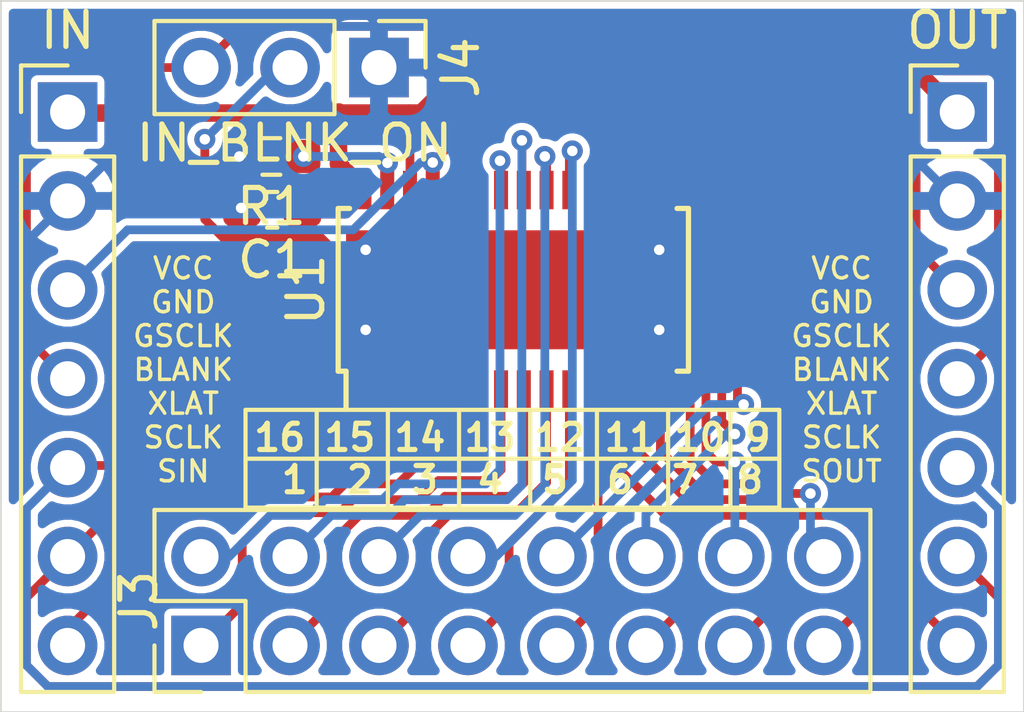
<source format=kicad_pcb>
(kicad_pcb (version 20171130) (host pcbnew "(5.1.9)-1")

  (general
    (thickness 1.6)
    (drawings 20)
    (tracks 290)
    (zones 0)
    (modules 7)
    (nets 28)
  )

  (page A4)
  (layers
    (0 F.Cu signal)
    (31 B.Cu signal)
    (32 B.Adhes user)
    (33 F.Adhes user)
    (34 B.Paste user)
    (35 F.Paste user)
    (36 B.SilkS user)
    (37 F.SilkS user)
    (38 B.Mask user)
    (39 F.Mask user)
    (40 Dwgs.User user)
    (41 Cmts.User user)
    (42 Eco1.User user)
    (43 Eco2.User user)
    (44 Edge.Cuts user)
    (45 Margin user)
    (46 B.CrtYd user)
    (47 F.CrtYd user)
    (48 B.Fab user)
    (49 F.Fab user hide)
  )

  (setup
    (last_trace_width 0.25)
    (user_trace_width 0.5)
    (trace_clearance 0.2)
    (zone_clearance 0.2)
    (zone_45_only no)
    (trace_min 0.2)
    (via_size 0.8)
    (via_drill 0.4)
    (via_min_size 0.4)
    (via_min_drill 0.3)
    (user_via 0.6 0.3)
    (uvia_size 0.3)
    (uvia_drill 0.1)
    (uvias_allowed no)
    (uvia_min_size 0.2)
    (uvia_min_drill 0.1)
    (edge_width 0.05)
    (segment_width 0.2)
    (pcb_text_width 0.3)
    (pcb_text_size 1.5 1.5)
    (mod_edge_width 0.12)
    (mod_text_size 1 1)
    (mod_text_width 0.15)
    (pad_size 5 5)
    (pad_drill 3.2)
    (pad_to_mask_clearance 0)
    (aux_axis_origin 0 0)
    (grid_origin 140.335 106.045)
    (visible_elements 7FFFFFFF)
    (pcbplotparams
      (layerselection 0x010fc_ffffffff)
      (usegerberextensions false)
      (usegerberattributes true)
      (usegerberadvancedattributes true)
      (creategerberjobfile true)
      (excludeedgelayer true)
      (linewidth 0.100000)
      (plotframeref false)
      (viasonmask false)
      (mode 1)
      (useauxorigin false)
      (hpglpennumber 1)
      (hpglpenspeed 20)
      (hpglpendiameter 15.000000)
      (psnegative false)
      (psa4output false)
      (plotreference true)
      (plotvalue true)
      (plotinvisibletext false)
      (padsonsilk false)
      (subtractmaskfromsilk false)
      (outputformat 1)
      (mirror false)
      (drillshape 1)
      (scaleselection 1)
      (outputdirectory ""))
  )

  (net 0 "")
  (net 1 VCC)
  (net 2 GND)
  (net 3 "Net-(J3-Pad1)")
  (net 4 "Net-(J3-Pad2)")
  (net 5 "Net-(J3-Pad3)")
  (net 6 "Net-(J3-Pad4)")
  (net 7 "Net-(J3-Pad5)")
  (net 8 "Net-(J3-Pad6)")
  (net 9 "Net-(J3-Pad7)")
  (net 10 "Net-(J3-Pad8)")
  (net 11 "Net-(J3-Pad9)")
  (net 12 "Net-(J3-Pad10)")
  (net 13 "Net-(J3-Pad11)")
  (net 14 "Net-(J3-Pad12)")
  (net 15 "Net-(J3-Pad13)")
  (net 16 "Net-(J3-Pad14)")
  (net 17 "Net-(J3-Pad15)")
  (net 18 "Net-(J3-Pad16)")
  (net 19 "Net-(J4-Pad2)")
  (net 20 "Net-(R1-Pad1)")
  (net 21 "Net-(U1-Pad23)")
  (net 22 "Net-(IN1-Pad7)")
  (net 23 "Net-(IN1-Pad6)")
  (net 24 "Net-(IN1-Pad5)")
  (net 25 "Net-(IN1-Pad4)")
  (net 26 "Net-(IN1-Pad3)")
  (net 27 "Net-(OUT1-Pad7)")

  (net_class Default "This is the default net class."
    (clearance 0.2)
    (trace_width 0.25)
    (via_dia 0.8)
    (via_drill 0.4)
    (uvia_dia 0.3)
    (uvia_drill 0.1)
    (add_net GND)
    (add_net "Net-(IN1-Pad3)")
    (add_net "Net-(IN1-Pad4)")
    (add_net "Net-(IN1-Pad5)")
    (add_net "Net-(IN1-Pad6)")
    (add_net "Net-(IN1-Pad7)")
    (add_net "Net-(J3-Pad1)")
    (add_net "Net-(J3-Pad10)")
    (add_net "Net-(J3-Pad11)")
    (add_net "Net-(J3-Pad12)")
    (add_net "Net-(J3-Pad13)")
    (add_net "Net-(J3-Pad14)")
    (add_net "Net-(J3-Pad15)")
    (add_net "Net-(J3-Pad16)")
    (add_net "Net-(J3-Pad2)")
    (add_net "Net-(J3-Pad3)")
    (add_net "Net-(J3-Pad4)")
    (add_net "Net-(J3-Pad5)")
    (add_net "Net-(J3-Pad6)")
    (add_net "Net-(J3-Pad7)")
    (add_net "Net-(J3-Pad8)")
    (add_net "Net-(J3-Pad9)")
    (add_net "Net-(J4-Pad2)")
    (add_net "Net-(OUT1-Pad7)")
    (add_net "Net-(R1-Pad1)")
    (add_net "Net-(U1-Pad23)")
    (add_net VCC)
  )

  (module Connector_PinHeader_2.54mm:PinHeader_1x07_P2.54mm_Vertical (layer F.Cu) (tedit 59FED5CC) (tstamp 60ADD7C7)
    (at 142.24 109.22)
    (descr "Through hole straight pin header, 1x07, 2.54mm pitch, single row")
    (tags "Through hole pin header THT 1x07 2.54mm single row")
    (path /60ADB4D9)
    (fp_text reference IN (at 0 -2.33) (layer F.SilkS)
      (effects (font (size 1 1) (thickness 0.15)))
    )
    (fp_text value Conn_01x07_Male (at -2.54 7.874 270) (layer F.Fab)
      (effects (font (size 1 1) (thickness 0.15)))
    )
    (fp_text user %R (at 0 7.62 90) (layer F.Fab)
      (effects (font (size 1 1) (thickness 0.15)))
    )
    (fp_line (start -0.635 -1.27) (end 1.27 -1.27) (layer F.Fab) (width 0.1))
    (fp_line (start 1.27 -1.27) (end 1.27 16.51) (layer F.Fab) (width 0.1))
    (fp_line (start 1.27 16.51) (end -1.27 16.51) (layer F.Fab) (width 0.1))
    (fp_line (start -1.27 16.51) (end -1.27 -0.635) (layer F.Fab) (width 0.1))
    (fp_line (start -1.27 -0.635) (end -0.635 -1.27) (layer F.Fab) (width 0.1))
    (fp_line (start -1.33 16.57) (end 1.33 16.57) (layer F.SilkS) (width 0.12))
    (fp_line (start -1.33 1.27) (end -1.33 16.57) (layer F.SilkS) (width 0.12))
    (fp_line (start 1.33 1.27) (end 1.33 16.57) (layer F.SilkS) (width 0.12))
    (fp_line (start -1.33 1.27) (end 1.33 1.27) (layer F.SilkS) (width 0.12))
    (fp_line (start -1.33 0) (end -1.33 -1.33) (layer F.SilkS) (width 0.12))
    (fp_line (start -1.33 -1.33) (end 0 -1.33) (layer F.SilkS) (width 0.12))
    (fp_line (start -1.8 -1.8) (end -1.8 17.05) (layer F.CrtYd) (width 0.05))
    (fp_line (start -1.8 17.05) (end 1.8 17.05) (layer F.CrtYd) (width 0.05))
    (fp_line (start 1.8 17.05) (end 1.8 -1.8) (layer F.CrtYd) (width 0.05))
    (fp_line (start 1.8 -1.8) (end -1.8 -1.8) (layer F.CrtYd) (width 0.05))
    (pad 1 thru_hole rect (at 0 0) (size 1.7 1.7) (drill 1) (layers *.Cu *.Mask)
      (net 1 VCC))
    (pad 2 thru_hole oval (at 0 2.54) (size 1.7 1.7) (drill 1) (layers *.Cu *.Mask)
      (net 2 GND))
    (pad 3 thru_hole oval (at 0 5.08) (size 1.7 1.7) (drill 1) (layers *.Cu *.Mask)
      (net 26 "Net-(IN1-Pad3)"))
    (pad 4 thru_hole oval (at 0 7.62) (size 1.7 1.7) (drill 1) (layers *.Cu *.Mask)
      (net 25 "Net-(IN1-Pad4)"))
    (pad 5 thru_hole oval (at 0 10.16) (size 1.7 1.7) (drill 1) (layers *.Cu *.Mask)
      (net 24 "Net-(IN1-Pad5)"))
    (pad 6 thru_hole oval (at 0 12.7) (size 1.7 1.7) (drill 1) (layers *.Cu *.Mask)
      (net 23 "Net-(IN1-Pad6)"))
    (pad 7 thru_hole oval (at 0 15.24) (size 1.7 1.7) (drill 1) (layers *.Cu *.Mask)
      (net 22 "Net-(IN1-Pad7)"))
    (model ${KISYS3DMOD}/Connector_PinHeader_2.54mm.3dshapes/PinHeader_1x07_P2.54mm_Vertical.wrl
      (at (xyz 0 0 0))
      (scale (xyz 1 1 1))
      (rotate (xyz 0 0 0))
    )
  )

  (module Connector_PinHeader_2.54mm:PinHeader_1x07_P2.54mm_Vertical (layer F.Cu) (tedit 59FED5CC) (tstamp 60ADD7E2)
    (at 167.64 109.22)
    (descr "Through hole straight pin header, 1x07, 2.54mm pitch, single row")
    (tags "Through hole pin header THT 1x07 2.54mm single row")
    (path /60ADC47E)
    (fp_text reference OUT (at 0 -2.33) (layer F.SilkS)
      (effects (font (size 1 1) (thickness 0.15)))
    )
    (fp_text value Conn_01x07_Male (at 2.667 7.62 90) (layer F.Fab)
      (effects (font (size 1 1) (thickness 0.15)))
    )
    (fp_text user %R (at 0 7.62 90) (layer F.Fab)
      (effects (font (size 1 1) (thickness 0.15)))
    )
    (fp_line (start -0.635 -1.27) (end 1.27 -1.27) (layer F.Fab) (width 0.1))
    (fp_line (start 1.27 -1.27) (end 1.27 16.51) (layer F.Fab) (width 0.1))
    (fp_line (start 1.27 16.51) (end -1.27 16.51) (layer F.Fab) (width 0.1))
    (fp_line (start -1.27 16.51) (end -1.27 -0.635) (layer F.Fab) (width 0.1))
    (fp_line (start -1.27 -0.635) (end -0.635 -1.27) (layer F.Fab) (width 0.1))
    (fp_line (start -1.33 16.57) (end 1.33 16.57) (layer F.SilkS) (width 0.12))
    (fp_line (start -1.33 1.27) (end -1.33 16.57) (layer F.SilkS) (width 0.12))
    (fp_line (start 1.33 1.27) (end 1.33 16.57) (layer F.SilkS) (width 0.12))
    (fp_line (start -1.33 1.27) (end 1.33 1.27) (layer F.SilkS) (width 0.12))
    (fp_line (start -1.33 0) (end -1.33 -1.33) (layer F.SilkS) (width 0.12))
    (fp_line (start -1.33 -1.33) (end 0 -1.33) (layer F.SilkS) (width 0.12))
    (fp_line (start -1.8 -1.8) (end -1.8 17.05) (layer F.CrtYd) (width 0.05))
    (fp_line (start -1.8 17.05) (end 1.8 17.05) (layer F.CrtYd) (width 0.05))
    (fp_line (start 1.8 17.05) (end 1.8 -1.8) (layer F.CrtYd) (width 0.05))
    (fp_line (start 1.8 -1.8) (end -1.8 -1.8) (layer F.CrtYd) (width 0.05))
    (pad 1 thru_hole rect (at 0 0) (size 1.7 1.7) (drill 1) (layers *.Cu *.Mask)
      (net 1 VCC))
    (pad 2 thru_hole oval (at 0 2.54) (size 1.7 1.7) (drill 1) (layers *.Cu *.Mask)
      (net 2 GND))
    (pad 3 thru_hole oval (at 0 5.08) (size 1.7 1.7) (drill 1) (layers *.Cu *.Mask)
      (net 26 "Net-(IN1-Pad3)"))
    (pad 4 thru_hole oval (at 0 7.62) (size 1.7 1.7) (drill 1) (layers *.Cu *.Mask)
      (net 25 "Net-(IN1-Pad4)"))
    (pad 5 thru_hole oval (at 0 10.16) (size 1.7 1.7) (drill 1) (layers *.Cu *.Mask)
      (net 24 "Net-(IN1-Pad5)"))
    (pad 6 thru_hole oval (at 0 12.7) (size 1.7 1.7) (drill 1) (layers *.Cu *.Mask)
      (net 23 "Net-(IN1-Pad6)"))
    (pad 7 thru_hole oval (at 0 15.24) (size 1.7 1.7) (drill 1) (layers *.Cu *.Mask)
      (net 27 "Net-(OUT1-Pad7)"))
    (model ${KISYS3DMOD}/Connector_PinHeader_2.54mm.3dshapes/PinHeader_1x07_P2.54mm_Vertical.wrl
      (at (xyz 0 0 0))
      (scale (xyz 1 1 1))
      (rotate (xyz 0 0 0))
    )
  )

  (module Package_SO:HTSSOP-28-1EP_4.4x9.7mm_P0.65mm_EP3.4x9.5mm (layer F.Cu) (tedit 60AEB6CC) (tstamp 60ADD86C)
    (at 154.94 114.3 90)
    (descr "HTSSOP28: plastic thin shrink small outline package; 28 leads; body width 4.4 mm; thermal pad")
    (tags "TSSOP HTSSOP 0.65 thermal pad")
    (path /60AD49A3)
    (attr smd)
    (fp_text reference U1 (at 0 -5.9 90) (layer F.SilkS)
      (effects (font (size 1 1) (thickness 0.15)))
    )
    (fp_text value TLC5940PWP (at 0 5.9 90) (layer F.Fab)
      (effects (font (size 1 1) (thickness 0.15)))
    )
    (fp_line (start -2.325 -4.75) (end -3.4 -4.75) (layer F.SilkS) (width 0.15))
    (fp_line (start -2.325 5.0258) (end 2.325 5.0258) (layer F.SilkS) (width 0.15))
    (fp_line (start -2.325 -4.975) (end 2.325 -4.975) (layer F.SilkS) (width 0.15))
    (fp_line (start -2.325 5.0258) (end -2.325 4.7008) (layer F.SilkS) (width 0.15))
    (fp_line (start 2.325 5.0258) (end 2.325 4.7008) (layer F.SilkS) (width 0.15))
    (fp_line (start 2.325 -4.975) (end 2.325 -4.65) (layer F.SilkS) (width 0.15))
    (fp_line (start -2.325 -4.975) (end -2.325 -4.75) (layer F.SilkS) (width 0.15))
    (fp_line (start -3.65 5.15) (end 3.65 5.15) (layer F.CrtYd) (width 0.05))
    (fp_line (start -3.65 -5.15) (end 3.65 -5.15) (layer F.CrtYd) (width 0.05))
    (fp_line (start 3.65 -5.15) (end 3.65 5.15) (layer F.CrtYd) (width 0.05))
    (fp_line (start -3.65 -5.15) (end -3.65 5.15) (layer F.CrtYd) (width 0.05))
    (fp_line (start -2.2 -3.85) (end -1.2 -4.85) (layer F.Fab) (width 0.15))
    (fp_line (start -2.2 4.85) (end -2.2 -3.85) (layer F.Fab) (width 0.15))
    (fp_line (start 2.2 4.9008) (end -2.2 4.9008) (layer F.Fab) (width 0.15))
    (fp_line (start 2.2 -4.85) (end 2.2 4.85) (layer F.Fab) (width 0.15))
    (fp_line (start -1.2 -4.85) (end 2.2 -4.85) (layer F.Fab) (width 0.15))
    (fp_text user %R (at 0 0 90) (layer F.Fab)
      (effects (font (size 0.8 0.8) (thickness 0.15)))
    )
    (pad "" smd rect (at -0.85 3.8 90) (size 1.4 1.6) (layers F.Paste))
    (pad "" smd rect (at 0.85 3.8 90) (size 1.4 1.6) (layers F.Paste))
    (pad "" smd rect (at -0.85 1.9 90) (size 1.4 1.6) (layers F.Paste))
    (pad "" smd rect (at 0.85 1.9 90) (size 1.4 1.6) (layers F.Paste))
    (pad "" smd rect (at -0.85 0 90) (size 1.4 1.6) (layers F.Paste))
    (pad "" smd rect (at 0.85 0 90) (size 1.4 1.6) (layers F.Paste))
    (pad "" smd rect (at -0.85 -1.9 90) (size 1.4 1.6) (layers F.Paste))
    (pad "" smd rect (at 0.85 -1.9 90) (size 1.4 1.6) (layers F.Paste))
    (pad "" smd rect (at 0.85 -3.8 90) (size 1.4 1.6) (layers F.Paste))
    (pad "" smd rect (at -0.85 -3.8 90) (size 1.4 1.6) (layers F.Paste))
    (pad 29 smd rect (at 0 0 90) (size 3.4 9.5) (layers F.Cu F.Mask)
      (net 2 GND))
    (pad 28 smd rect (at 2.85 -4.225 90) (size 1.1 0.4) (layers F.Cu F.Paste F.Mask)
      (net 1 VCC))
    (pad 27 smd rect (at 2.85 -3.575 90) (size 1.1 0.4) (layers F.Cu F.Paste F.Mask)
      (net 20 "Net-(R1-Pad1)"))
    (pad 26 smd rect (at 2.85 -2.925 90) (size 1.1 0.4) (layers F.Cu F.Paste F.Mask)
      (net 1 VCC))
    (pad 25 smd rect (at 2.85 -2.275 90) (size 1.1 0.4) (layers F.Cu F.Paste F.Mask)
      (net 26 "Net-(IN1-Pad3)"))
    (pad 24 smd rect (at 2.85 -1.625 90) (size 1.1 0.4) (layers F.Cu F.Paste F.Mask)
      (net 27 "Net-(OUT1-Pad7)"))
    (pad 23 smd rect (at 2.85 -0.975 90) (size 1.1 0.4) (layers F.Cu F.Paste F.Mask)
      (net 21 "Net-(U1-Pad23)"))
    (pad 22 smd rect (at 2.85 -0.325 90) (size 1.1 0.4) (layers F.Cu F.Paste F.Mask)
      (net 18 "Net-(J3-Pad16)"))
    (pad 21 smd rect (at 2.85 0.325 90) (size 1.1 0.4) (layers F.Cu F.Paste F.Mask)
      (net 17 "Net-(J3-Pad15)"))
    (pad 20 smd rect (at 2.85 0.975 90) (size 1.1 0.4) (layers F.Cu F.Paste F.Mask)
      (net 16 "Net-(J3-Pad14)"))
    (pad 19 smd rect (at 2.85 1.625 90) (size 1.1 0.4) (layers F.Cu F.Paste F.Mask)
      (net 15 "Net-(J3-Pad13)"))
    (pad 18 smd rect (at 2.85 2.275 90) (size 1.1 0.4) (layers F.Cu F.Paste F.Mask)
      (net 14 "Net-(J3-Pad12)"))
    (pad 17 smd rect (at 2.85 2.925 90) (size 1.1 0.4) (layers F.Cu F.Paste F.Mask)
      (net 13 "Net-(J3-Pad11)"))
    (pad 16 smd rect (at 2.85 3.575 90) (size 1.1 0.4) (layers F.Cu F.Paste F.Mask)
      (net 12 "Net-(J3-Pad10)"))
    (pad 15 smd rect (at 2.85 4.225 90) (size 1.1 0.4) (layers F.Cu F.Paste F.Mask)
      (net 11 "Net-(J3-Pad9)"))
    (pad 14 smd rect (at -2.85 4.225 90) (size 1.1 0.4) (layers F.Cu F.Paste F.Mask)
      (net 10 "Net-(J3-Pad8)"))
    (pad 13 smd rect (at -2.85 3.575 90) (size 1.1 0.4) (layers F.Cu F.Paste F.Mask)
      (net 9 "Net-(J3-Pad7)"))
    (pad 12 smd rect (at -2.85 2.925 90) (size 1.1 0.4) (layers F.Cu F.Paste F.Mask)
      (net 8 "Net-(J3-Pad6)"))
    (pad 11 smd rect (at -2.85 2.275 90) (size 1.1 0.4) (layers F.Cu F.Paste F.Mask)
      (net 7 "Net-(J3-Pad5)"))
    (pad 10 smd rect (at -2.85 1.625 90) (size 1.1 0.4) (layers F.Cu F.Paste F.Mask)
      (net 6 "Net-(J3-Pad4)"))
    (pad 9 smd rect (at -2.85 0.975 90) (size 1.1 0.4) (layers F.Cu F.Paste F.Mask)
      (net 5 "Net-(J3-Pad3)"))
    (pad 8 smd rect (at -2.85 0.325 90) (size 1.1 0.4) (layers F.Cu F.Paste F.Mask)
      (net 4 "Net-(J3-Pad2)"))
    (pad 7 smd rect (at -2.85 -0.325 90) (size 1.1 0.4) (layers F.Cu F.Paste F.Mask)
      (net 3 "Net-(J3-Pad1)"))
    (pad 6 smd rect (at -2.85 -0.975 90) (size 1.1 0.4) (layers F.Cu F.Paste F.Mask)
      (net 2 GND))
    (pad 5 smd rect (at -2.85 -1.625 90) (size 1.1 0.4) (layers F.Cu F.Paste F.Mask)
      (net 22 "Net-(IN1-Pad7)"))
    (pad 4 smd rect (at -2.85 -2.275 90) (size 1.1 0.4) (layers F.Cu F.Paste F.Mask)
      (net 23 "Net-(IN1-Pad6)"))
    (pad 3 smd rect (at -2.85 -2.925 90) (size 1.1 0.4) (layers F.Cu F.Paste F.Mask)
      (net 24 "Net-(IN1-Pad5)"))
    (pad 2 smd rect (at -2.85 -3.575 90) (size 1.1 0.4) (layers F.Cu F.Paste F.Mask)
      (net 19 "Net-(J4-Pad2)"))
    (pad 1 smd rect (at -2.85 -4.225 90) (size 1.1 0.4) (layers F.Cu F.Paste F.Mask)
      (net 2 GND))
    (model ${KISYS3DMOD}/Package_SO.3dshapes/HTSSOP-28-1EP_4.4x9.7mm_P0.65mm_EP3.4x9.5mm.wrl
      (at (xyz 0 0 0))
      (scale (xyz 1 1 1))
      (rotate (xyz 0 0 0))
    )
  )

  (module Connector_PinHeader_2.54mm:PinHeader_1x03_P2.54mm_Vertical (layer F.Cu) (tedit 59FED5CC) (tstamp 60ADD81F)
    (at 151.13 107.95 270)
    (descr "Through hole straight pin header, 1x03, 2.54mm pitch, single row")
    (tags "Through hole pin header THT 1x03 2.54mm single row")
    (path /60B4D7C5)
    (fp_text reference J4 (at 0 -2.33 90) (layer F.SilkS)
      (effects (font (size 1 1) (thickness 0.15)))
    )
    (fp_text value Conn_01x03_Male (at -2.54 1.778 180) (layer F.Fab)
      (effects (font (size 1 1) (thickness 0.15)))
    )
    (fp_line (start 1.8 -1.8) (end -1.8 -1.8) (layer F.CrtYd) (width 0.05))
    (fp_line (start 1.8 6.85) (end 1.8 -1.8) (layer F.CrtYd) (width 0.05))
    (fp_line (start -1.8 6.85) (end 1.8 6.85) (layer F.CrtYd) (width 0.05))
    (fp_line (start -1.8 -1.8) (end -1.8 6.85) (layer F.CrtYd) (width 0.05))
    (fp_line (start -1.33 -1.33) (end 0 -1.33) (layer F.SilkS) (width 0.12))
    (fp_line (start -1.33 0) (end -1.33 -1.33) (layer F.SilkS) (width 0.12))
    (fp_line (start -1.33 1.27) (end 1.33 1.27) (layer F.SilkS) (width 0.12))
    (fp_line (start 1.33 1.27) (end 1.33 6.41) (layer F.SilkS) (width 0.12))
    (fp_line (start -1.33 1.27) (end -1.33 6.41) (layer F.SilkS) (width 0.12))
    (fp_line (start -1.33 6.41) (end 1.33 6.41) (layer F.SilkS) (width 0.12))
    (fp_line (start -1.27 -0.635) (end -0.635 -1.27) (layer F.Fab) (width 0.1))
    (fp_line (start -1.27 6.35) (end -1.27 -0.635) (layer F.Fab) (width 0.1))
    (fp_line (start 1.27 6.35) (end -1.27 6.35) (layer F.Fab) (width 0.1))
    (fp_line (start 1.27 -1.27) (end 1.27 6.35) (layer F.Fab) (width 0.1))
    (fp_line (start -0.635 -1.27) (end 1.27 -1.27) (layer F.Fab) (width 0.1))
    (fp_text user %R (at 0 2.54) (layer F.Fab)
      (effects (font (size 1 1) (thickness 0.15)))
    )
    (pad 3 thru_hole oval (at 0 5.08 270) (size 1.7 1.7) (drill 1) (layers *.Cu *.Mask)
      (net 25 "Net-(IN1-Pad4)"))
    (pad 2 thru_hole oval (at 0 2.54 270) (size 1.7 1.7) (drill 1) (layers *.Cu *.Mask)
      (net 19 "Net-(J4-Pad2)"))
    (pad 1 thru_hole rect (at 0 0 270) (size 1.7 1.7) (drill 1) (layers *.Cu *.Mask)
      (net 2 GND))
    (model ${KISYS3DMOD}/Connector_PinHeader_2.54mm.3dshapes/PinHeader_1x03_P2.54mm_Vertical.wrl
      (at (xyz 0 0 0))
      (scale (xyz 1 1 1))
      (rotate (xyz 0 0 0))
    )
  )

  (module CustomFootprints:PinHeader_2x08_P2.54mm_Vertical_Clockwise (layer F.Cu) (tedit 60AD5699) (tstamp 60ADDBB0)
    (at 146.05 124.46 90)
    (descr "Through hole straight pin header, 2x08, 2.54mm pitch, double rows")
    (tags "Through hole pin header THT 2x08 2.54mm double row")
    (path /60AD9727)
    (fp_text reference J3 (at 1.27 -1.778 90) (layer F.SilkS)
      (effects (font (size 1 1) (thickness 0.15)))
    )
    (fp_text value Conn_02x08_Counter_Clockwise (at -2.54 8.89 180) (layer F.Fab)
      (effects (font (size 1 1) (thickness 0.15)))
    )
    (fp_line (start 4.35 -1.8) (end -1.8 -1.8) (layer F.CrtYd) (width 0.05))
    (fp_line (start 4.35 19.55) (end 4.35 -1.8) (layer F.CrtYd) (width 0.05))
    (fp_line (start -1.8 19.55) (end 4.35 19.55) (layer F.CrtYd) (width 0.05))
    (fp_line (start -1.8 -1.8) (end -1.8 19.55) (layer F.CrtYd) (width 0.05))
    (fp_line (start -1.33 -1.33) (end 0 -1.33) (layer F.SilkS) (width 0.12))
    (fp_line (start -1.33 0) (end -1.33 -1.33) (layer F.SilkS) (width 0.12))
    (fp_line (start 1.27 -1.33) (end 3.87 -1.33) (layer F.SilkS) (width 0.12))
    (fp_line (start 1.27 1.27) (end 1.27 -1.33) (layer F.SilkS) (width 0.12))
    (fp_line (start -1.33 1.27) (end 1.27 1.27) (layer F.SilkS) (width 0.12))
    (fp_line (start 3.87 -1.33) (end 3.87 19.11) (layer F.SilkS) (width 0.12))
    (fp_line (start -1.33 1.27) (end -1.33 19.11) (layer F.SilkS) (width 0.12))
    (fp_line (start -1.33 19.11) (end 3.87 19.11) (layer F.SilkS) (width 0.12))
    (fp_line (start -1.27 0) (end 0 -1.27) (layer F.Fab) (width 0.1))
    (fp_line (start -1.27 19.05) (end -1.27 0) (layer F.Fab) (width 0.1))
    (fp_line (start 3.81 19.05) (end -1.27 19.05) (layer F.Fab) (width 0.1))
    (fp_line (start 3.81 -1.27) (end 3.81 19.05) (layer F.Fab) (width 0.1))
    (fp_line (start 0 -1.27) (end 3.81 -1.27) (layer F.Fab) (width 0.1))
    (fp_text user %R (at 1.27 8.89) (layer F.Fab)
      (effects (font (size 1 1) (thickness 0.15)))
    )
    (pad 1 thru_hole rect (at 0 0 90) (size 1.7 1.7) (drill 1) (layers *.Cu *.Mask)
      (net 3 "Net-(J3-Pad1)"))
    (pad 16 thru_hole oval (at 2.54 0 90) (size 1.7 1.7) (drill 1) (layers *.Cu *.Mask)
      (net 18 "Net-(J3-Pad16)"))
    (pad 2 thru_hole oval (at 0 2.54 90) (size 1.7 1.7) (drill 1) (layers *.Cu *.Mask)
      (net 4 "Net-(J3-Pad2)"))
    (pad 15 thru_hole oval (at 2.54 2.54 90) (size 1.7 1.7) (drill 1) (layers *.Cu *.Mask)
      (net 17 "Net-(J3-Pad15)"))
    (pad 3 thru_hole oval (at 0 5.08 90) (size 1.7 1.7) (drill 1) (layers *.Cu *.Mask)
      (net 5 "Net-(J3-Pad3)"))
    (pad 14 thru_hole oval (at 2.54 5.08 90) (size 1.7 1.7) (drill 1) (layers *.Cu *.Mask)
      (net 16 "Net-(J3-Pad14)"))
    (pad 4 thru_hole oval (at 0 7.62 90) (size 1.7 1.7) (drill 1) (layers *.Cu *.Mask)
      (net 6 "Net-(J3-Pad4)"))
    (pad 13 thru_hole oval (at 2.54 7.62 90) (size 1.7 1.7) (drill 1) (layers *.Cu *.Mask)
      (net 15 "Net-(J3-Pad13)"))
    (pad 5 thru_hole oval (at 0 10.16 90) (size 1.7 1.7) (drill 1) (layers *.Cu *.Mask)
      (net 7 "Net-(J3-Pad5)"))
    (pad 12 thru_hole oval (at 2.54 10.16 90) (size 1.7 1.7) (drill 1) (layers *.Cu *.Mask)
      (net 14 "Net-(J3-Pad12)"))
    (pad 6 thru_hole oval (at 0 12.7 90) (size 1.7 1.7) (drill 1) (layers *.Cu *.Mask)
      (net 8 "Net-(J3-Pad6)"))
    (pad 11 thru_hole oval (at 2.54 12.7 90) (size 1.7 1.7) (drill 1) (layers *.Cu *.Mask)
      (net 13 "Net-(J3-Pad11)"))
    (pad 7 thru_hole oval (at 0 15.24 90) (size 1.7 1.7) (drill 1) (layers *.Cu *.Mask)
      (net 9 "Net-(J3-Pad7)"))
    (pad 10 thru_hole oval (at 2.54 15.24 90) (size 1.7 1.7) (drill 1) (layers *.Cu *.Mask)
      (net 12 "Net-(J3-Pad10)"))
    (pad 8 thru_hole oval (at 0 17.78 90) (size 1.7 1.7) (drill 1) (layers *.Cu *.Mask)
      (net 10 "Net-(J3-Pad8)"))
    (pad 9 thru_hole oval (at 2.54 17.78 90) (size 1.7 1.7) (drill 1) (layers *.Cu *.Mask)
      (net 11 "Net-(J3-Pad9)"))
    (model ${KISYS3DMOD}/Connector_PinHeader_2.54mm.3dshapes/PinHeader_2x08_P2.54mm_Vertical.wrl
      (at (xyz 0 0 0))
      (scale (xyz 1 1 1))
      (rotate (xyz 0 0 0))
    )
  )

  (module Capacitor_SMD:C_0603_1608Metric_Pad1.08x0.95mm_HandSolder (layer F.Cu) (tedit 5F68FEEF) (tstamp 60AED44E)
    (at 148.082 112.014 180)
    (descr "Capacitor SMD 0603 (1608 Metric), square (rectangular) end terminal, IPC_7351 nominal with elongated pad for handsoldering. (Body size source: IPC-SM-782 page 76, https://www.pcb-3d.com/wordpress/wp-content/uploads/ipc-sm-782a_amendment_1_and_2.pdf), generated with kicad-footprint-generator")
    (tags "capacitor handsolder")
    (path /60B8D703)
    (attr smd)
    (fp_text reference C1 (at 0 -1.43) (layer F.SilkS)
      (effects (font (size 1 1) (thickness 0.15)))
    )
    (fp_text value C_Small (at 0 1.43) (layer F.Fab)
      (effects (font (size 1 1) (thickness 0.15)))
    )
    (fp_line (start 1.65 0.73) (end -1.65 0.73) (layer F.CrtYd) (width 0.05))
    (fp_line (start 1.65 -0.73) (end 1.65 0.73) (layer F.CrtYd) (width 0.05))
    (fp_line (start -1.65 -0.73) (end 1.65 -0.73) (layer F.CrtYd) (width 0.05))
    (fp_line (start -1.65 0.73) (end -1.65 -0.73) (layer F.CrtYd) (width 0.05))
    (fp_line (start -0.146267 0.51) (end 0.146267 0.51) (layer F.SilkS) (width 0.12))
    (fp_line (start -0.146267 -0.51) (end 0.146267 -0.51) (layer F.SilkS) (width 0.12))
    (fp_line (start 0.8 0.4) (end -0.8 0.4) (layer F.Fab) (width 0.1))
    (fp_line (start 0.8 -0.4) (end 0.8 0.4) (layer F.Fab) (width 0.1))
    (fp_line (start -0.8 -0.4) (end 0.8 -0.4) (layer F.Fab) (width 0.1))
    (fp_line (start -0.8 0.4) (end -0.8 -0.4) (layer F.Fab) (width 0.1))
    (fp_text user %R (at 0 0) (layer F.Fab)
      (effects (font (size 0.4 0.4) (thickness 0.06)))
    )
    (pad 1 smd roundrect (at -0.8625 0 180) (size 1.075 0.95) (layers F.Cu F.Paste F.Mask) (roundrect_rratio 0.25)
      (net 1 VCC))
    (pad 2 smd roundrect (at 0.8625 0 180) (size 1.075 0.95) (layers F.Cu F.Paste F.Mask) (roundrect_rratio 0.25)
      (net 2 GND))
    (model ${KISYS3DMOD}/Capacitor_SMD.3dshapes/C_0603_1608Metric.wrl
      (at (xyz 0 0 0))
      (scale (xyz 1 1 1))
      (rotate (xyz 0 0 0))
    )
  )

  (module Resistor_SMD:R_0603_1608Metric_Pad0.98x0.95mm_HandSolder (layer F.Cu) (tedit 5F68FEEE) (tstamp 60AED45F)
    (at 148.0585 110.49 180)
    (descr "Resistor SMD 0603 (1608 Metric), square (rectangular) end terminal, IPC_7351 nominal with elongated pad for handsoldering. (Body size source: IPC-SM-782 page 72, https://www.pcb-3d.com/wordpress/wp-content/uploads/ipc-sm-782a_amendment_1_and_2.pdf), generated with kicad-footprint-generator")
    (tags "resistor handsolder")
    (path /60AFF198)
    (attr smd)
    (fp_text reference R1 (at 0 -1.43) (layer F.SilkS)
      (effects (font (size 1 1) (thickness 0.15)))
    )
    (fp_text value R_Small_US (at 0 1.43) (layer F.Fab)
      (effects (font (size 1 1) (thickness 0.15)))
    )
    (fp_line (start 1.65 0.73) (end -1.65 0.73) (layer F.CrtYd) (width 0.05))
    (fp_line (start 1.65 -0.73) (end 1.65 0.73) (layer F.CrtYd) (width 0.05))
    (fp_line (start -1.65 -0.73) (end 1.65 -0.73) (layer F.CrtYd) (width 0.05))
    (fp_line (start -1.65 0.73) (end -1.65 -0.73) (layer F.CrtYd) (width 0.05))
    (fp_line (start -0.254724 0.5225) (end 0.254724 0.5225) (layer F.SilkS) (width 0.12))
    (fp_line (start -0.254724 -0.5225) (end 0.254724 -0.5225) (layer F.SilkS) (width 0.12))
    (fp_line (start 0.8 0.4125) (end -0.8 0.4125) (layer F.Fab) (width 0.1))
    (fp_line (start 0.8 -0.4125) (end 0.8 0.4125) (layer F.Fab) (width 0.1))
    (fp_line (start -0.8 -0.4125) (end 0.8 -0.4125) (layer F.Fab) (width 0.1))
    (fp_line (start -0.8 0.4125) (end -0.8 -0.4125) (layer F.Fab) (width 0.1))
    (fp_text user %R (at 0 0) (layer F.Fab)
      (effects (font (size 0.4 0.4) (thickness 0.06)))
    )
    (pad 1 smd roundrect (at -0.9125 0 180) (size 0.975 0.95) (layers F.Cu F.Paste F.Mask) (roundrect_rratio 0.25)
      (net 20 "Net-(R1-Pad1)"))
    (pad 2 smd roundrect (at 0.9125 0 180) (size 0.975 0.95) (layers F.Cu F.Paste F.Mask) (roundrect_rratio 0.25)
      (net 2 GND))
    (model ${KISYS3DMOD}/Resistor_SMD.3dshapes/R_0603_1608Metric.wrl
      (at (xyz 0 0 0))
      (scale (xyz 1 1 1))
      (rotate (xyz 0 0 0))
    )
  )

  (gr_line (start 140.335 106.045) (end 169.545 106.045) (layer Edge.Cuts) (width 0.05) (tstamp 60ADFB43))
  (gr_line (start 140.335 126.365) (end 140.335 106.045) (layer Edge.Cuts) (width 0.05))
  (gr_line (start 169.545 126.365) (end 140.335 126.365) (layer Edge.Cuts) (width 0.05))
  (gr_line (start 169.545 106.045) (end 169.545 126.365) (layer Edge.Cuts) (width 0.05))
  (gr_line (start 161.163 117.729) (end 161.163 120.523) (layer F.SilkS) (width 0.12))
  (gr_line (start 159.385 117.729) (end 159.385 120.523) (layer F.SilkS) (width 0.12))
  (gr_line (start 157.353 117.729) (end 157.353 120.523) (layer F.SilkS) (width 0.12))
  (gr_line (start 155.448 117.729) (end 155.448 120.523) (layer F.SilkS) (width 0.12))
  (gr_line (start 153.416 117.729) (end 153.416 120.523) (layer F.SilkS) (width 0.12))
  (gr_line (start 151.384 117.729) (end 151.384 120.523) (layer F.SilkS) (width 0.12))
  (gr_line (start 149.352 117.729) (end 149.352 120.523) (layer F.SilkS) (width 0.12))
  (gr_line (start 147.32 119.126) (end 162.56 119.126) (layer F.SilkS) (width 0.12))
  (gr_line (start 147.32 120.523) (end 147.32 117.729) (layer F.SilkS) (width 0.12) (tstamp 60ADFA61))
  (gr_line (start 162.56 120.523) (end 147.32 120.523) (layer F.SilkS) (width 0.12))
  (gr_line (start 162.56 117.729) (end 162.56 120.523) (layer F.SilkS) (width 0.12))
  (gr_line (start 147.32 117.729) (end 162.56 117.729) (layer F.SilkS) (width 0.12))
  (gr_text "16 15 14 13 12 11 10 9\n 1  2  3  4  5  6  7  8" (at 154.94 119.126) (layer F.SilkS)
    (effects (font (size 0.75 0.75) (thickness 0.15)))
  )
  (gr_text "VCC\nGND\nGSCLK\nBLANK\nXLAT\nSCLK\nSIN" (at 145.542 116.586) (layer F.SilkS) (tstamp 60ADF758)
    (effects (font (size 0.6 0.6) (thickness 0.1)))
  )
  (gr_text "VCC\nGND\nGSCLK\nBLANK\nXLAT\nSCLK\nSOUT" (at 164.338 116.586) (layer F.SilkS)
    (effects (font (size 0.6 0.6) (thickness 0.1)))
  )
  (gr_text IN_BLNK_ON (at 148.717 110.109) (layer F.SilkS)
    (effects (font (size 1 1) (thickness 0.15)))
  )

  (via (at 159.131 113.157) (size 0.6) (drill 0.3) (layers F.Cu B.Cu) (net 2))
  (via (at 159.131 115.443) (size 0.6) (drill 0.3) (layers F.Cu B.Cu) (net 2))
  (via (at 150.749 115.443) (size 0.6) (drill 0.3) (layers F.Cu B.Cu) (net 2))
  (via (at 150.749 113.157) (size 0.6) (drill 0.3) (layers F.Cu B.Cu) (net 2))
  (segment (start 142.403999 109.383999) (end 142.24 109.22) (width 0.25) (layer F.Cu) (net 1))
  (segment (start 150.098999 109.235001) (end 150.114 109.22) (width 0.25) (layer F.Cu) (net 1))
  (segment (start 150.715 111.45) (end 150.715 111.345) (width 0.25) (layer F.Cu) (net 1))
  (segment (start 149.973999 109.233001) (end 149.987 109.22) (width 0.5) (layer F.Cu) (net 1))
  (segment (start 149.973999 110.708999) (end 149.973999 109.233001) (width 0.5) (layer F.Cu) (net 1))
  (segment (start 150.715 111.45) (end 149.973999 110.708999) (width 0.5) (layer F.Cu) (net 1))
  (segment (start 149.987 109.22) (end 150.114 109.22) (width 0.25) (layer F.Cu) (net 1))
  (segment (start 142.270001 109.250001) (end 142.24 109.22) (width 0.5) (layer F.Cu) (net 1))
  (segment (start 149.956999 109.250001) (end 142.270001 109.250001) (width 0.5) (layer F.Cu) (net 1))
  (segment (start 149.973999 109.233001) (end 149.956999 109.250001) (width 0.5) (layer F.Cu) (net 1))
  (segment (start 167.64 109.22) (end 165.770009 107.350009) (width 0.5) (layer F.Cu) (net 1))
  (segment (start 150.151 112.014) (end 150.715 111.45) (width 0.5) (layer F.Cu) (net 1))
  (segment (start 148.9445 112.014) (end 150.151 112.014) (width 0.5) (layer F.Cu) (net 1))
  (segment (start 154.239993 107.350009) (end 155.031991 107.350009) (width 0.5) (layer F.Cu) (net 1))
  (segment (start 152.340001 109.250001) (end 154.239993 107.350009) (width 0.5) (layer F.Cu) (net 1))
  (segment (start 165.770009 107.350009) (end 155.031991 107.350009) (width 0.5) (layer F.Cu) (net 1))
  (segment (start 152.015 109.276002) (end 151.988999 109.250001) (width 0.25) (layer F.Cu) (net 1))
  (segment (start 152.015 111.45) (end 152.015 109.276002) (width 0.25) (layer F.Cu) (net 1))
  (segment (start 151.988999 109.250001) (end 152.340001 109.250001) (width 0.5) (layer F.Cu) (net 1))
  (segment (start 149.956999 109.250001) (end 151.988999 109.250001) (width 0.5) (layer F.Cu) (net 1))
  (segment (start 167.64 111.76) (end 162.65499 106.77499) (width 0.25) (layer B.Cu) (net 2))
  (segment (start 146.892 110.236) (end 147.146 110.49) (width 0.25) (layer F.Cu) (net 2))
  (segment (start 141.064999 117.404001) (end 141.064999 112.935001) (width 0.25) (layer B.Cu) (net 2))
  (segment (start 141.064999 112.935001) (end 142.24 111.76) (width 0.25) (layer B.Cu) (net 2))
  (segment (start 141.865997 118.204999) (end 141.064999 117.404001) (width 0.25) (layer B.Cu) (net 2))
  (segment (start 142.804001 118.204999) (end 141.865997 118.204999) (width 0.25) (layer B.Cu) (net 2))
  (segment (start 144.443983 119.844981) (end 142.804001 118.204999) (width 0.25) (layer B.Cu) (net 2))
  (segment (start 149.776019 119.844981) (end 144.443983 119.844981) (width 0.25) (layer B.Cu) (net 2))
  (segment (start 143.415001 110.584999) (end 142.24 111.76) (width 0.25) (layer B.Cu) (net 2))
  (segment (start 143.415001 108.845997) (end 143.415001 110.584999) (width 0.25) (layer B.Cu) (net 2))
  (segment (start 145.486008 106.77499) (end 143.415001 108.845997) (width 0.25) (layer B.Cu) (net 2))
  (segment (start 162.65499 106.77499) (end 153.06701 106.77499) (width 0.25) (layer B.Cu) (net 2))
  (segment (start 151.13 106.807) (end 151.16201 106.77499) (width 0.25) (layer B.Cu) (net 2))
  (segment (start 151.13 107.95) (end 151.13 106.807) (width 0.25) (layer B.Cu) (net 2))
  (segment (start 151.16201 106.77499) (end 145.486008 106.77499) (width 0.25) (layer B.Cu) (net 2))
  (segment (start 153.06701 106.77499) (end 151.16201 106.77499) (width 0.25) (layer B.Cu) (net 2))
  (segment (start 147.146 110.49) (end 147.146 110.3365) (width 0.25) (layer F.Cu) (net 2))
  (segment (start 147.3465 112.014) (end 147.32 112.014) (width 0.25) (layer F.Cu) (net 2) (tstamp 60AEE1D5))
  (via (at 147.146 110.49) (size 0.6) (drill 0.3) (layers F.Cu B.Cu) (net 2))
  (via (at 147.193 111.9605) (size 0.6) (drill 0.3) (layers F.Cu B.Cu) (net 2))
  (segment (start 147.2195 111.987) (end 147.193 111.9605) (width 0.25) (layer F.Cu) (net 2))
  (segment (start 147.2195 112.014) (end 147.2195 111.987) (width 0.25) (layer F.Cu) (net 2))
  (segment (start 147.146 111.9135) (end 147.193 111.9605) (width 0.25) (layer B.Cu) (net 2))
  (segment (start 147.146 110.49) (end 147.146 111.9135) (width 0.25) (layer B.Cu) (net 2))
  (segment (start 147.010998 110.625002) (end 147.146 110.49) (width 0.25) (layer B.Cu) (net 2))
  (segment (start 145.856697 110.625002) (end 147.010998 110.625002) (width 0.25) (layer B.Cu) (net 2))
  (segment (start 145.816694 110.584999) (end 145.856697 110.625002) (width 0.25) (layer B.Cu) (net 2))
  (segment (start 143.415001 110.584999) (end 145.816694 110.584999) (width 0.25) (layer B.Cu) (net 2))
  (segment (start 153.965 115.275) (end 154.94 114.3) (width 0.25) (layer F.Cu) (net 2))
  (segment (start 153.965 117.15) (end 153.965 115.275) (width 0.25) (layer F.Cu) (net 2))
  (segment (start 150.715 115.477) (end 150.749 115.443) (width 0.25) (layer F.Cu) (net 2))
  (segment (start 150.715 117.15) (end 150.715 115.477) (width 0.25) (layer F.Cu) (net 2))
  (segment (start 150.749 118.872) (end 149.776019 119.844981) (width 0.25) (layer B.Cu) (net 2))
  (segment (start 150.749 115.443) (end 150.749 118.872) (width 0.25) (layer B.Cu) (net 2))
  (segment (start 152.015 117.15) (end 152.015 117.95) (width 0.25) (layer F.Cu) (net 24))
  (segment (start 152.665 117.93641) (end 152.665 117.15) (width 0.25) (layer F.Cu) (net 23))
  (segment (start 141.064999 125.024001) (end 141.064999 123.095001) (width 0.25) (layer F.Cu) (net 23))
  (segment (start 168.815001 123.095001) (end 168.815001 125.024001) (width 0.25) (layer F.Cu) (net 23))
  (segment (start 141.064999 123.095001) (end 142.24 121.92) (width 0.25) (layer F.Cu) (net 23))
  (segment (start 167.64 121.92) (end 168.815001 123.095001) (width 0.25) (layer F.Cu) (net 23))
  (segment (start 141.675999 125.635001) (end 141.064999 125.024001) (width 0.25) (layer F.Cu) (net 23))
  (segment (start 168.815001 125.024001) (end 168.204001 125.635001) (width 0.25) (layer F.Cu) (net 23))
  (segment (start 168.204001 125.635001) (end 141.675999 125.635001) (width 0.25) (layer F.Cu) (net 23))
  (segment (start 154.615 117.15) (end 154.615 119.43998) (width 0.25) (layer F.Cu) (net 3))
  (segment (start 154.615 119.43998) (end 154.305 119.74998) (width 0.25) (layer F.Cu) (net 3))
  (segment (start 152.828197 119.749981) (end 152.283189 120.294989) (width 0.25) (layer F.Cu) (net 3))
  (segment (start 154.305 119.74998) (end 152.828197 119.749981) (width 0.25) (layer F.Cu) (net 3))
  (segment (start 152.283189 120.294989) (end 150.379598 120.29499) (width 0.25) (layer F.Cu) (net 3))
  (segment (start 150.379598 120.29499) (end 150.005794 120.668794) (width 0.25) (layer F.Cu) (net 3))
  (segment (start 147.225001 123.284999) (end 146.05 124.46) (width 0.25) (layer F.Cu) (net 3))
  (segment (start 147.225001 121.545997) (end 147.225001 123.284999) (width 0.25) (layer F.Cu) (net 3))
  (segment (start 148.102204 120.668794) (end 147.225001 121.545997) (width 0.25) (layer F.Cu) (net 3))
  (segment (start 150.005794 120.668794) (end 148.102204 120.668794) (width 0.25) (layer F.Cu) (net 3))
  (segment (start 149.765001 123.284999) (end 148.59 124.46) (width 0.25) (layer F.Cu) (net 4))
  (segment (start 149.765001 121.545997) (end 149.765001 123.284999) (width 0.25) (layer F.Cu) (net 4))
  (segment (start 150.565999 120.744999) (end 149.765001 121.545997) (width 0.25) (layer F.Cu) (net 4))
  (segment (start 152.469589 120.744999) (end 150.565999 120.744999) (width 0.25) (layer F.Cu) (net 4))
  (segment (start 153.014598 120.19999) (end 152.469589 120.744999) (width 0.25) (layer F.Cu) (net 4))
  (segment (start 155.265 119.81559) (end 154.8806 120.19999) (width 0.25) (layer F.Cu) (net 4))
  (segment (start 154.8806 120.19999) (end 153.014598 120.19999) (width 0.25) (layer F.Cu) (net 4))
  (segment (start 155.265 117.15) (end 155.265 119.81559) (width 0.25) (layer F.Cu) (net 4))
  (segment (start 153.200998 120.65) (end 155.067 120.65) (width 0.25) (layer F.Cu) (net 5))
  (segment (start 155.067 120.65) (end 155.915 119.802) (width 0.25) (layer F.Cu) (net 5))
  (segment (start 152.305001 121.545997) (end 153.200998 120.65) (width 0.25) (layer F.Cu) (net 5))
  (segment (start 152.305001 123.284999) (end 152.305001 121.545997) (width 0.25) (layer F.Cu) (net 5))
  (segment (start 155.915 119.802) (end 155.915 117.15) (width 0.25) (layer F.Cu) (net 5))
  (segment (start 151.13 124.46) (end 152.305001 123.284999) (width 0.25) (layer F.Cu) (net 5))
  (segment (start 154.845001 123.284999) (end 153.67 124.46) (width 0.25) (layer F.Cu) (net 6))
  (segment (start 154.845001 121.545997) (end 154.845001 123.284999) (width 0.25) (layer F.Cu) (net 6))
  (segment (start 156.565 119.825998) (end 154.845001 121.545997) (width 0.25) (layer F.Cu) (net 6))
  (segment (start 156.565 117.15) (end 156.565 119.825998) (width 0.25) (layer F.Cu) (net 6))
  (segment (start 157.215 117.95) (end 157.215 117.15) (width 0.25) (layer F.Cu) (net 7))
  (segment (start 157.385001 123.284999) (end 157.385001 118.120001) (width 0.25) (layer F.Cu) (net 7))
  (segment (start 157.385001 118.120001) (end 157.215 117.95) (width 0.25) (layer F.Cu) (net 7))
  (segment (start 156.21 124.46) (end 157.385001 123.284999) (width 0.25) (layer F.Cu) (net 7))
  (segment (start 159.925001 123.284999) (end 158.75 124.46) (width 0.25) (layer F.Cu) (net 8))
  (segment (start 159.925001 121.355999) (end 159.925001 123.284999) (width 0.25) (layer F.Cu) (net 8))
  (segment (start 157.865 119.295998) (end 157.865 118.868) (width 0.25) (layer F.Cu) (net 8))
  (segment (start 159.925001 121.355999) (end 157.865 119.295998) (width 0.25) (layer F.Cu) (net 8))
  (segment (start 157.865 117.15) (end 157.865 118.868) (width 0.25) (layer F.Cu) (net 8))
  (segment (start 158.515 117.969999) (end 158.515 117.15) (width 0.25) (layer F.Cu) (net 9))
  (segment (start 158.515 118.891) (end 158.515 117.969999) (width 0.25) (layer F.Cu) (net 9))
  (segment (start 160.368999 120.744999) (end 158.515 118.891) (width 0.25) (layer F.Cu) (net 9))
  (segment (start 161.854001 120.744999) (end 160.368999 120.744999) (width 0.25) (layer F.Cu) (net 9))
  (segment (start 162.465001 121.355999) (end 161.854001 120.744999) (width 0.25) (layer F.Cu) (net 9))
  (segment (start 162.465001 123.284999) (end 162.465001 121.355999) (width 0.25) (layer F.Cu) (net 9))
  (segment (start 161.29 124.46) (end 162.465001 123.284999) (width 0.25) (layer F.Cu) (net 9))
  (segment (start 160.555399 120.294989) (end 159.165 118.90459) (width 0.25) (layer F.Cu) (net 10))
  (segment (start 162.040401 120.294989) (end 160.555399 120.294989) (width 0.25) (layer F.Cu) (net 10))
  (segment (start 162.490411 120.744999) (end 162.040401 120.294989) (width 0.25) (layer F.Cu) (net 10))
  (segment (start 164.394001 120.744999) (end 162.490411 120.744999) (width 0.25) (layer F.Cu) (net 10))
  (segment (start 159.165 118.90459) (end 159.165 117.15) (width 0.25) (layer F.Cu) (net 10))
  (segment (start 165.005001 123.284999) (end 165.005001 121.355999) (width 0.25) (layer F.Cu) (net 10))
  (segment (start 165.005001 121.355999) (end 164.394001 120.744999) (width 0.25) (layer F.Cu) (net 10))
  (segment (start 163.83 124.46) (end 165.005001 123.284999) (width 0.25) (layer F.Cu) (net 10))
  (segment (start 163.205716 121.92) (end 163.83 121.92) (width 0.25) (layer B.Cu) (net 11))
  (via (at 163.449 120.119999) (size 0.6) (drill 0.3) (layers F.Cu B.Cu) (net 11))
  (segment (start 163.449 121.539) (end 163.83 121.92) (width 0.25) (layer B.Cu) (net 11))
  (segment (start 163.449 120.119999) (end 163.449 121.539) (width 0.25) (layer B.Cu) (net 11))
  (segment (start 160.015001 119.118181) (end 160.015001 112.300001) (width 0.25) (layer F.Cu) (net 11))
  (segment (start 160.741799 119.844979) (end 160.015001 119.118181) (width 0.25) (layer F.Cu) (net 11))
  (segment (start 162.226802 119.84498) (end 160.741799 119.844979) (width 0.25) (layer F.Cu) (net 11))
  (segment (start 162.501821 120.119999) (end 162.226802 119.84498) (width 0.25) (layer F.Cu) (net 11))
  (segment (start 160.015001 112.300001) (end 159.165 111.45) (width 0.25) (layer F.Cu) (net 11))
  (segment (start 163.449 120.119999) (end 162.501821 120.119999) (width 0.25) (layer F.Cu) (net 11))
  (via (at 161.29 119.21998) (size 0.6) (drill 0.3) (layers F.Cu B.Cu) (net 12))
  (segment (start 161.29 121.92) (end 161.29 119.21998) (width 0.25) (layer B.Cu) (net 12))
  (segment (start 158.590001 110.574999) (end 158.515 110.65) (width 0.25) (layer F.Cu) (net 12))
  (segment (start 158.515 110.65) (end 158.515 111.45) (width 0.25) (layer F.Cu) (net 12))
  (segment (start 159.625001 110.574999) (end 158.590001 110.574999) (width 0.25) (layer F.Cu) (net 12))
  (segment (start 159.766 110.715998) (end 159.625001 110.574999) (width 0.25) (layer F.Cu) (net 12))
  (segment (start 159.766 111.41459) (end 159.766 110.715998) (width 0.25) (layer F.Cu) (net 12))
  (segment (start 160.465011 112.113601) (end 159.766 111.41459) (width 0.25) (layer F.Cu) (net 12))
  (segment (start 160.465011 118.931781) (end 160.465011 112.113601) (width 0.25) (layer F.Cu) (net 12))
  (segment (start 160.75321 119.21998) (end 160.465011 118.931781) (width 0.25) (layer F.Cu) (net 12))
  (segment (start 161.29 119.21998) (end 160.75321 119.21998) (width 0.25) (layer F.Cu) (net 12))
  (segment (start 157.865 111.45) (end 157.865 110.66359) (width 0.25) (layer F.Cu) (net 13))
  (segment (start 159.811401 110.124989) (end 160.21601 110.529598) (width 0.25) (layer F.Cu) (net 13))
  (segment (start 160.21601 111.22819) (end 160.915021 111.927201) (width 0.25) (layer F.Cu) (net 13))
  (segment (start 157.865 110.66359) (end 158.403601 110.124989) (width 0.25) (layer F.Cu) (net 13))
  (segment (start 160.21601 110.529598) (end 160.21601 111.22819) (width 0.25) (layer F.Cu) (net 13))
  (segment (start 158.403601 110.124989) (end 159.811401 110.124989) (width 0.25) (layer F.Cu) (net 13))
  (via (at 161.29 118.419977) (size 0.6) (drill 0.3) (layers F.Cu B.Cu) (net 13))
  (segment (start 161.047942 118.419977) (end 161.29 118.419977) (width 0.25) (layer B.Cu) (net 13))
  (segment (start 158.75 120.717919) (end 161.047942 118.419977) (width 0.25) (layer B.Cu) (net 13))
  (segment (start 158.75 121.92) (end 158.75 120.717919) (width 0.25) (layer B.Cu) (net 13))
  (segment (start 160.915021 118.044998) (end 160.915021 115.703021) (width 0.25) (layer F.Cu) (net 13))
  (segment (start 161.29 118.419977) (end 160.915021 118.044998) (width 0.25) (layer F.Cu) (net 13))
  (segment (start 160.915021 111.927201) (end 160.915021 115.703021) (width 0.25) (layer F.Cu) (net 13))
  (segment (start 159.997802 109.67498) (end 160.66602 110.343198) (width 0.25) (layer F.Cu) (net 14))
  (segment (start 158.217201 109.674979) (end 159.997802 109.67498) (width 0.25) (layer F.Cu) (net 14))
  (segment (start 157.215 110.67718) (end 158.217201 109.674979) (width 0.25) (layer F.Cu) (net 14))
  (segment (start 157.215 111.45) (end 157.215 110.67718) (width 0.25) (layer F.Cu) (net 14))
  (segment (start 160.66602 110.343198) (end 160.66602 111.04179) (width 0.25) (layer F.Cu) (net 14))
  (segment (start 160.66602 111.04179) (end 161.365031 111.740801) (width 0.25) (layer F.Cu) (net 14))
  (via (at 161.540021 117.576326) (size 0.6) (drill 0.3) (layers F.Cu B.Cu) (net 14))
  (segment (start 160.553674 117.576326) (end 161.540021 117.576326) (width 0.25) (layer B.Cu) (net 14))
  (segment (start 156.21 121.92) (end 160.553674 117.576326) (width 0.25) (layer B.Cu) (net 14))
  (segment (start 161.365031 117.423031) (end 161.365031 116.280031) (width 0.25) (layer F.Cu) (net 14))
  (segment (start 161.518326 117.576326) (end 161.365031 117.423031) (width 0.25) (layer F.Cu) (net 14))
  (segment (start 161.540021 117.576326) (end 161.518326 117.576326) (width 0.25) (layer F.Cu) (net 14))
  (segment (start 161.365031 116.280031) (end 161.365031 116.549795) (width 0.25) (layer F.Cu) (net 14))
  (segment (start 161.365031 111.740801) (end 161.365031 116.280031) (width 0.25) (layer F.Cu) (net 14))
  (segment (start 154.470998 121.92) (end 153.67 121.92) (width 0.25) (layer B.Cu) (net 15))
  (via (at 156.649303 110.33229) (size 0.6) (drill 0.3) (layers F.Cu B.Cu) (net 15))
  (segment (start 156.565 110.416593) (end 156.649303 110.33229) (width 0.25) (layer F.Cu) (net 15))
  (segment (start 156.565 111.45) (end 156.565 110.416593) (width 0.25) (layer F.Cu) (net 15))
  (segment (start 156.649303 119.741695) (end 156.229499 120.161499) (width 0.25) (layer B.Cu) (net 15))
  (segment (start 156.649303 110.33229) (end 156.649303 119.741695) (width 0.25) (layer B.Cu) (net 15))
  (segment (start 156.229499 120.161499) (end 154.470998 121.92) (width 0.25) (layer B.Cu) (net 15))
  (segment (start 156.49 119.900998) (end 156.229499 120.161499) (width 0.25) (layer B.Cu) (net 15))
  (segment (start 152.305001 120.744999) (end 155.009589 120.744999) (width 0.25) (layer B.Cu) (net 16))
  (segment (start 151.13 121.92) (end 152.305001 120.744999) (width 0.25) (layer B.Cu) (net 16))
  (segment (start 155.915 110.54) (end 155.865 110.49) (width 0.25) (layer F.Cu) (net 16))
  (via (at 155.865 110.49) (size 0.6) (drill 0.3) (layers F.Cu B.Cu) (net 16))
  (segment (start 155.915 111.45) (end 155.915 110.54) (width 0.25) (layer F.Cu) (net 16))
  (segment (start 155.865 119.889588) (end 155.657294 120.097294) (width 0.25) (layer B.Cu) (net 16))
  (segment (start 155.865 110.49) (end 155.865 119.889588) (width 0.25) (layer B.Cu) (net 16))
  (segment (start 155.009589 120.744999) (end 155.657294 120.097294) (width 0.25) (layer B.Cu) (net 16))
  (segment (start 149.765001 120.744999) (end 148.59 121.92) (width 0.25) (layer B.Cu) (net 17))
  (segment (start 151.416001 120.744999) (end 149.765001 120.744999) (width 0.25) (layer B.Cu) (net 17))
  (segment (start 151.866011 120.294989) (end 151.416001 120.744999) (width 0.25) (layer B.Cu) (net 17))
  (segment (start 154.787011 120.294989) (end 151.866011 120.294989) (width 0.25) (layer B.Cu) (net 17))
  (via (at 155.209726 110.031068) (size 0.6) (drill 0.3) (layers F.Cu B.Cu) (net 17))
  (segment (start 155.209726 111.394726) (end 155.209726 110.031068) (width 0.25) (layer F.Cu) (net 17))
  (segment (start 155.265 111.45) (end 155.209726 111.394726) (width 0.25) (layer F.Cu) (net 17))
  (segment (start 155.209726 119.872274) (end 154.8765 120.2055) (width 0.25) (layer B.Cu) (net 17))
  (segment (start 155.209726 110.031068) (end 155.209726 119.872274) (width 0.25) (layer B.Cu) (net 17))
  (segment (start 154.8765 120.2055) (end 154.787011 120.294989) (width 0.25) (layer B.Cu) (net 17))
  (segment (start 154.178 119.844979) (end 151.67961 119.84498) (width 0.25) (layer B.Cu) (net 18))
  (segment (start 151.67961 119.84498) (end 151.229601 120.294989) (width 0.25) (layer B.Cu) (net 18))
  (segment (start 149.5786 120.29499) (end 149.128591 120.744999) (width 0.25) (layer B.Cu) (net 18))
  (segment (start 151.229601 120.294989) (end 149.5786 120.29499) (width 0.25) (layer B.Cu) (net 18))
  (segment (start 146.850998 121.92) (end 146.05 121.92) (width 0.25) (layer B.Cu) (net 18))
  (segment (start 148.025999 120.744999) (end 146.850998 121.92) (width 0.25) (layer B.Cu) (net 18))
  (segment (start 149.128591 120.744999) (end 148.025999 120.744999) (width 0.25) (layer B.Cu) (net 18))
  (via (at 154.584726 110.612857) (size 0.6) (drill 0.3) (layers F.Cu B.Cu) (net 18))
  (segment (start 154.615 110.643131) (end 154.584726 110.612857) (width 0.25) (layer F.Cu) (net 18))
  (segment (start 154.615 111.45) (end 154.615 110.643131) (width 0.25) (layer F.Cu) (net 18))
  (segment (start 154.584726 119.438253) (end 154.178 119.844979) (width 0.25) (layer B.Cu) (net 18))
  (segment (start 154.584726 110.612857) (end 154.584726 119.438253) (width 0.25) (layer B.Cu) (net 18))
  (segment (start 150.254999 118.025001) (end 149.86 117.630002) (width 0.25) (layer F.Cu) (net 19))
  (segment (start 151.289999 118.025001) (end 150.254999 118.025001) (width 0.25) (layer F.Cu) (net 19))
  (segment (start 151.365 117.95) (end 151.289999 118.025001) (width 0.25) (layer F.Cu) (net 19))
  (segment (start 151.365 117.15) (end 151.365 117.95) (width 0.25) (layer F.Cu) (net 19))
  (segment (start 149.86 113.19651) (end 149.4775 112.81401) (width 0.25) (layer F.Cu) (net 19))
  (segment (start 149.86 117.630002) (end 149.86 113.19651) (width 0.25) (layer F.Cu) (net 19))
  (via (at 146.156698 110.000001) (size 0.6) (drill 0.3) (layers F.Cu B.Cu) (net 19))
  (segment (start 146.156698 112.284208) (end 146.156698 110.000001) (width 0.25) (layer F.Cu) (net 19))
  (segment (start 146.6865 112.81401) (end 146.156698 112.284208) (width 0.25) (layer F.Cu) (net 19))
  (segment (start 149.4775 112.81401) (end 146.6865 112.81401) (width 0.25) (layer F.Cu) (net 19))
  (segment (start 148.206699 107.95) (end 148.59 107.95) (width 0.25) (layer B.Cu) (net 19))
  (segment (start 146.156698 110.000001) (end 148.206699 107.95) (width 0.25) (layer B.Cu) (net 19))
  (segment (start 149.0725 110.3365) (end 148.971 110.3365) (width 0.25) (layer B.Cu) (net 20))
  (via (at 151.37015 110.671722) (size 0.6) (drill 0.3) (layers F.Cu B.Cu) (net 20))
  (segment (start 151.365 110.763) (end 151.384 110.744) (width 0.25) (layer F.Cu) (net 20))
  (segment (start 151.365 111.45) (end 151.365 110.763) (width 0.25) (layer F.Cu) (net 20))
  (segment (start 151.384 110.744) (end 151.13 110.49) (width 0.25) (layer B.Cu) (net 20))
  (via (at 148.971 110.49) (size 0.6) (drill 0.3) (layers F.Cu B.Cu) (net 20))
  (segment (start 151.13 110.49) (end 148.971 110.49) (width 0.25) (layer B.Cu) (net 20))
  (segment (start 146.590001 120.744999) (end 145.485999 120.744999) (width 0.25) (layer F.Cu) (net 22))
  (segment (start 147.116216 120.218784) (end 146.590001 120.744999) (width 0.25) (layer F.Cu) (net 22))
  (segment (start 149.819394 120.218784) (end 147.116216 120.218784) (width 0.25) (layer F.Cu) (net 22))
  (segment (start 149.86 120.142) (end 149.86 120.178178) (width 0.25) (layer F.Cu) (net 22))
  (segment (start 149.86 120.178178) (end 149.819394 120.218784) (width 0.25) (layer F.Cu) (net 22))
  (segment (start 150.157019 119.844981) (end 149.86 120.142) (width 0.25) (layer F.Cu) (net 22))
  (segment (start 153.315 118.211) (end 151.681019 119.844981) (width 0.25) (layer F.Cu) (net 22))
  (segment (start 151.681019 119.844981) (end 150.157019 119.844981) (width 0.25) (layer F.Cu) (net 22))
  (segment (start 153.315 117.15) (end 153.315 118.211) (width 0.25) (layer F.Cu) (net 22))
  (segment (start 142.24 123.990998) (end 145.485999 120.744999) (width 0.25) (layer F.Cu) (net 22))
  (segment (start 142.24 124.46) (end 142.24 123.990998) (width 0.25) (layer F.Cu) (net 22))
  (segment (start 152.665 117.93641) (end 151.206439 119.394971) (width 0.25) (layer F.Cu) (net 23))
  (segment (start 149.970618 119.394972) (end 149.596816 119.768774) (width 0.25) (layer F.Cu) (net 23))
  (segment (start 151.206439 119.394971) (end 149.970618 119.394972) (width 0.25) (layer F.Cu) (net 23))
  (segment (start 146.929815 119.768775) (end 146.403601 120.294989) (width 0.25) (layer F.Cu) (net 23))
  (segment (start 149.596816 119.768774) (end 146.929815 119.768775) (width 0.25) (layer F.Cu) (net 23))
  (segment (start 143.865011 120.294989) (end 142.24 121.92) (width 0.25) (layer F.Cu) (net 23))
  (segment (start 146.403601 120.294989) (end 143.865011 120.294989) (width 0.25) (layer F.Cu) (net 23))
  (segment (start 141.064999 120.555001) (end 142.24 119.38) (width 0.25) (layer B.Cu) (net 24))
  (segment (start 141.064999 125.024001) (end 141.064999 120.555001) (width 0.25) (layer B.Cu) (net 24))
  (segment (start 141.675999 125.635001) (end 141.064999 125.024001) (width 0.25) (layer B.Cu) (net 24))
  (segment (start 168.204001 125.635001) (end 141.675999 125.635001) (width 0.25) (layer B.Cu) (net 24))
  (segment (start 168.815001 125.024001) (end 168.204001 125.635001) (width 0.25) (layer B.Cu) (net 24))
  (segment (start 168.815001 120.555001) (end 168.815001 125.024001) (width 0.25) (layer B.Cu) (net 24))
  (segment (start 167.64 119.38) (end 168.815001 120.555001) (width 0.25) (layer B.Cu) (net 24))
  (segment (start 149.784217 118.944963) (end 149.410414 119.318766) (width 0.25) (layer F.Cu) (net 24))
  (segment (start 151.020037 118.944963) (end 149.784217 118.944963) (width 0.25) (layer F.Cu) (net 24))
  (segment (start 152.015 117.95) (end 151.020037 118.944963) (width 0.25) (layer F.Cu) (net 24))
  (segment (start 142.301234 119.318766) (end 142.24 119.38) (width 0.25) (layer F.Cu) (net 24))
  (segment (start 149.410414 119.318766) (end 142.301234 119.318766) (width 0.25) (layer F.Cu) (net 24))
  (segment (start 141.224998 107.95) (end 146.05 107.95) (width 0.25) (layer F.Cu) (net 25))
  (segment (start 141.064999 108.109999) (end 141.224998 107.95) (width 0.25) (layer F.Cu) (net 25))
  (segment (start 141.064999 115.664999) (end 141.064999 108.109999) (width 0.25) (layer F.Cu) (net 25))
  (segment (start 142.24 116.84) (end 141.064999 115.664999) (width 0.25) (layer F.Cu) (net 25))
  (segment (start 168.815001 115.664999) (end 167.64 116.84) (width 0.25) (layer F.Cu) (net 25))
  (segment (start 168.815001 108.109001) (end 168.815001 115.664999) (width 0.25) (layer F.Cu) (net 25))
  (segment (start 167.278185 108.044999) (end 168.750001 108.044999) (width 0.25) (layer F.Cu) (net 25))
  (segment (start 166.008185 106.774999) (end 167.278185 108.044999) (width 0.25) (layer F.Cu) (net 25))
  (segment (start 168.750001 108.044999) (end 168.814003 108.109001) (width 0.25) (layer F.Cu) (net 25))
  (segment (start 147.225001 106.774999) (end 166.008185 106.774999) (width 0.25) (layer F.Cu) (net 25))
  (segment (start 168.814003 108.109001) (end 168.815001 108.109001) (width 0.25) (layer F.Cu) (net 25))
  (segment (start 146.05 107.95) (end 147.225001 106.774999) (width 0.25) (layer F.Cu) (net 25))
  (segment (start 166.464999 113.124999) (end 167.64 114.3) (width 0.25) (layer F.Cu) (net 26))
  (segment (start 166.464999 108.933999) (end 166.464999 113.124999) (width 0.25) (layer F.Cu) (net 26))
  (segment (start 165.465416 107.934416) (end 166.464999 108.933999) (width 0.25) (layer F.Cu) (net 26))
  (segment (start 155.39417 107.934416) (end 165.465416 107.934416) (width 0.25) (layer F.Cu) (net 26))
  (segment (start 152.665 110.663586) (end 155.39417 107.934416) (width 0.25) (layer F.Cu) (net 26))
  (via (at 152.665 110.663586) (size 0.6) (drill 0.3) (layers F.Cu B.Cu) (net 26))
  (segment (start 152.665 111.45) (end 152.665 110.663586) (width 0.25) (layer F.Cu) (net 26))
  (segment (start 152.317412 110.663586) (end 152.665 110.663586) (width 0.25) (layer B.Cu) (net 26))
  (segment (start 150.395497 112.585501) (end 152.317412 110.663586) (width 0.25) (layer B.Cu) (net 26))
  (segment (start 143.954499 112.585501) (end 150.395497 112.585501) (width 0.25) (layer B.Cu) (net 26))
  (segment (start 142.24 114.3) (end 143.954499 112.585501) (width 0.25) (layer B.Cu) (net 26))
  (segment (start 153.315 110.65) (end 153.315 111.45) (width 0.25) (layer F.Cu) (net 27))
  (segment (start 160.18417 109.224938) (end 154.740063 109.224938) (width 0.25) (layer F.Cu) (net 27))
  (segment (start 161.11603 110.85539) (end 161.11603 110.156798) (width 0.25) (layer F.Cu) (net 27))
  (segment (start 161.815041 111.554401) (end 161.11603 110.85539) (width 0.25) (layer F.Cu) (net 27))
  (segment (start 161.11603 110.156798) (end 160.18417 109.224938) (width 0.25) (layer F.Cu) (net 27))
  (segment (start 161.840022 116.951325) (end 161.815041 116.951325) (width 0.25) (layer F.Cu) (net 27))
  (segment (start 162.165022 117.276325) (end 161.840022 116.951325) (width 0.25) (layer F.Cu) (net 27))
  (segment (start 161.815041 116.951325) (end 161.815041 111.554401) (width 0.25) (layer F.Cu) (net 27))
  (segment (start 165.455011 121.132011) (end 162.165022 117.842022) (width 0.25) (layer F.Cu) (net 27))
  (segment (start 154.740063 109.224938) (end 153.315 110.65) (width 0.25) (layer F.Cu) (net 27))
  (segment (start 162.165022 117.842022) (end 162.165022 117.276325) (width 0.25) (layer F.Cu) (net 27))
  (segment (start 165.455011 122.275011) (end 165.455011 121.132011) (width 0.25) (layer F.Cu) (net 27))
  (segment (start 167.64 124.46) (end 165.455011 122.275011) (width 0.25) (layer F.Cu) (net 27))

  (zone (net 2) (net_name GND) (layer B.Cu) (tstamp 60AEF44F) (hatch edge 0.508)
    (connect_pads (clearance 0.2))
    (min_thickness 0.254)
    (fill yes (arc_segments 32) (thermal_gap 0.508) (thermal_bridge_width 0.508))
    (polygon
      (pts
        (xy 169.545 126.365) (xy 140.335 126.365) (xy 140.335 106.045) (xy 169.545 106.045)
      )
    )
    (filled_polygon
      (pts
        (xy 169.193001 120.303335) (xy 169.192644 120.302668) (xy 169.13616 120.233842) (xy 169.118913 120.219688) (xy 168.728061 119.828837)
        (xy 168.771769 119.723318) (xy 168.817 119.495924) (xy 168.817 119.264076) (xy 168.771769 119.036682) (xy 168.683044 118.822481)
        (xy 168.554236 118.629706) (xy 168.390294 118.465764) (xy 168.197519 118.336956) (xy 167.983318 118.248231) (xy 167.755924 118.203)
        (xy 167.524076 118.203) (xy 167.296682 118.248231) (xy 167.082481 118.336956) (xy 166.889706 118.465764) (xy 166.725764 118.629706)
        (xy 166.596956 118.822481) (xy 166.508231 119.036682) (xy 166.463 119.264076) (xy 166.463 119.495924) (xy 166.508231 119.723318)
        (xy 166.596956 119.937519) (xy 166.725764 120.130294) (xy 166.889706 120.294236) (xy 167.082481 120.423044) (xy 167.296682 120.511769)
        (xy 167.524076 120.557) (xy 167.755924 120.557) (xy 167.983318 120.511769) (xy 168.088837 120.468061) (xy 168.363001 120.742226)
        (xy 168.363001 120.987527) (xy 168.197519 120.876956) (xy 167.983318 120.788231) (xy 167.755924 120.743) (xy 167.524076 120.743)
        (xy 167.296682 120.788231) (xy 167.082481 120.876956) (xy 166.889706 121.005764) (xy 166.725764 121.169706) (xy 166.596956 121.362481)
        (xy 166.508231 121.576682) (xy 166.463 121.804076) (xy 166.463 122.035924) (xy 166.508231 122.263318) (xy 166.596956 122.477519)
        (xy 166.725764 122.670294) (xy 166.889706 122.834236) (xy 167.082481 122.963044) (xy 167.296682 123.051769) (xy 167.524076 123.097)
        (xy 167.755924 123.097) (xy 167.983318 123.051769) (xy 168.197519 122.963044) (xy 168.363002 122.852472) (xy 168.363002 123.527528)
        (xy 168.197519 123.416956) (xy 167.983318 123.328231) (xy 167.755924 123.283) (xy 167.524076 123.283) (xy 167.296682 123.328231)
        (xy 167.082481 123.416956) (xy 166.889706 123.545764) (xy 166.725764 123.709706) (xy 166.596956 123.902481) (xy 166.508231 124.116682)
        (xy 166.463 124.344076) (xy 166.463 124.575924) (xy 166.508231 124.803318) (xy 166.596956 125.017519) (xy 166.707527 125.183001)
        (xy 164.762473 125.183001) (xy 164.873044 125.017519) (xy 164.961769 124.803318) (xy 165.007 124.575924) (xy 165.007 124.344076)
        (xy 164.961769 124.116682) (xy 164.873044 123.902481) (xy 164.744236 123.709706) (xy 164.580294 123.545764) (xy 164.387519 123.416956)
        (xy 164.173318 123.328231) (xy 163.945924 123.283) (xy 163.714076 123.283) (xy 163.486682 123.328231) (xy 163.272481 123.416956)
        (xy 163.079706 123.545764) (xy 162.915764 123.709706) (xy 162.786956 123.902481) (xy 162.698231 124.116682) (xy 162.653 124.344076)
        (xy 162.653 124.575924) (xy 162.698231 124.803318) (xy 162.786956 125.017519) (xy 162.897527 125.183001) (xy 162.222473 125.183001)
        (xy 162.333044 125.017519) (xy 162.421769 124.803318) (xy 162.467 124.575924) (xy 162.467 124.344076) (xy 162.421769 124.116682)
        (xy 162.333044 123.902481) (xy 162.204236 123.709706) (xy 162.040294 123.545764) (xy 161.847519 123.416956) (xy 161.633318 123.328231)
        (xy 161.405924 123.283) (xy 161.174076 123.283) (xy 160.946682 123.328231) (xy 160.732481 123.416956) (xy 160.539706 123.545764)
        (xy 160.375764 123.709706) (xy 160.246956 123.902481) (xy 160.158231 124.116682) (xy 160.113 124.344076) (xy 160.113 124.575924)
        (xy 160.158231 124.803318) (xy 160.246956 125.017519) (xy 160.357527 125.183001) (xy 159.682473 125.183001) (xy 159.793044 125.017519)
        (xy 159.881769 124.803318) (xy 159.927 124.575924) (xy 159.927 124.344076) (xy 159.881769 124.116682) (xy 159.793044 123.902481)
        (xy 159.664236 123.709706) (xy 159.500294 123.545764) (xy 159.307519 123.416956) (xy 159.093318 123.328231) (xy 158.865924 123.283)
        (xy 158.634076 123.283) (xy 158.406682 123.328231) (xy 158.192481 123.416956) (xy 157.999706 123.545764) (xy 157.835764 123.709706)
        (xy 157.706956 123.902481) (xy 157.618231 124.116682) (xy 157.573 124.344076) (xy 157.573 124.575924) (xy 157.618231 124.803318)
        (xy 157.706956 125.017519) (xy 157.817527 125.183001) (xy 157.142473 125.183001) (xy 157.253044 125.017519) (xy 157.341769 124.803318)
        (xy 157.387 124.575924) (xy 157.387 124.344076) (xy 157.341769 124.116682) (xy 157.253044 123.902481) (xy 157.124236 123.709706)
        (xy 156.960294 123.545764) (xy 156.767519 123.416956) (xy 156.553318 123.328231) (xy 156.325924 123.283) (xy 156.094076 123.283)
        (xy 155.866682 123.328231) (xy 155.652481 123.416956) (xy 155.459706 123.545764) (xy 155.295764 123.709706) (xy 155.166956 123.902481)
        (xy 155.078231 124.116682) (xy 155.033 124.344076) (xy 155.033 124.575924) (xy 155.078231 124.803318) (xy 155.166956 125.017519)
        (xy 155.277527 125.183001) (xy 154.602473 125.183001) (xy 154.713044 125.017519) (xy 154.801769 124.803318) (xy 154.847 124.575924)
        (xy 154.847 124.344076) (xy 154.801769 124.116682) (xy 154.713044 123.902481) (xy 154.584236 123.709706) (xy 154.420294 123.545764)
        (xy 154.227519 123.416956) (xy 154.013318 123.328231) (xy 153.785924 123.283) (xy 153.554076 123.283) (xy 153.326682 123.328231)
        (xy 153.112481 123.416956) (xy 152.919706 123.545764) (xy 152.755764 123.709706) (xy 152.626956 123.902481) (xy 152.538231 124.116682)
        (xy 152.493 124.344076) (xy 152.493 124.575924) (xy 152.538231 124.803318) (xy 152.626956 125.017519) (xy 152.737527 125.183001)
        (xy 152.062473 125.183001) (xy 152.173044 125.017519) (xy 152.261769 124.803318) (xy 152.307 124.575924) (xy 152.307 124.344076)
        (xy 152.261769 124.116682) (xy 152.173044 123.902481) (xy 152.044236 123.709706) (xy 151.880294 123.545764) (xy 151.687519 123.416956)
        (xy 151.473318 123.328231) (xy 151.245924 123.283) (xy 151.014076 123.283) (xy 150.786682 123.328231) (xy 150.572481 123.416956)
        (xy 150.379706 123.545764) (xy 150.215764 123.709706) (xy 150.086956 123.902481) (xy 149.998231 124.116682) (xy 149.953 124.344076)
        (xy 149.953 124.575924) (xy 149.998231 124.803318) (xy 150.086956 125.017519) (xy 150.197527 125.183001) (xy 149.522473 125.183001)
        (xy 149.633044 125.017519) (xy 149.721769 124.803318) (xy 149.767 124.575924) (xy 149.767 124.344076) (xy 149.721769 124.116682)
        (xy 149.633044 123.902481) (xy 149.504236 123.709706) (xy 149.340294 123.545764) (xy 149.147519 123.416956) (xy 148.933318 123.328231)
        (xy 148.705924 123.283) (xy 148.474076 123.283) (xy 148.246682 123.328231) (xy 148.032481 123.416956) (xy 147.839706 123.545764)
        (xy 147.675764 123.709706) (xy 147.546956 123.902481) (xy 147.458231 124.116682) (xy 147.413 124.344076) (xy 147.413 124.575924)
        (xy 147.458231 124.803318) (xy 147.546956 125.017519) (xy 147.657527 125.183001) (xy 147.228582 125.183001) (xy 147.228582 123.61)
        (xy 147.222268 123.545897) (xy 147.20357 123.484257) (xy 147.173206 123.42745) (xy 147.132343 123.377657) (xy 147.08255 123.336794)
        (xy 147.025743 123.30643) (xy 146.964103 123.287732) (xy 146.9 123.281418) (xy 145.2 123.281418) (xy 145.135897 123.287732)
        (xy 145.074257 123.30643) (xy 145.01745 123.336794) (xy 144.967657 123.377657) (xy 144.926794 123.42745) (xy 144.89643 123.484257)
        (xy 144.877732 123.545897) (xy 144.871418 123.61) (xy 144.871418 125.183001) (xy 143.172473 125.183001) (xy 143.283044 125.017519)
        (xy 143.371769 124.803318) (xy 143.417 124.575924) (xy 143.417 124.344076) (xy 143.371769 124.116682) (xy 143.283044 123.902481)
        (xy 143.154236 123.709706) (xy 142.990294 123.545764) (xy 142.797519 123.416956) (xy 142.583318 123.328231) (xy 142.355924 123.283)
        (xy 142.124076 123.283) (xy 141.896682 123.328231) (xy 141.682481 123.416956) (xy 141.516999 123.527527) (xy 141.516999 122.852473)
        (xy 141.682481 122.963044) (xy 141.896682 123.051769) (xy 142.124076 123.097) (xy 142.355924 123.097) (xy 142.583318 123.051769)
        (xy 142.797519 122.963044) (xy 142.990294 122.834236) (xy 143.154236 122.670294) (xy 143.283044 122.477519) (xy 143.371769 122.263318)
        (xy 143.417 122.035924) (xy 143.417 121.804076) (xy 144.873 121.804076) (xy 144.873 122.035924) (xy 144.918231 122.263318)
        (xy 145.006956 122.477519) (xy 145.135764 122.670294) (xy 145.299706 122.834236) (xy 145.492481 122.963044) (xy 145.706682 123.051769)
        (xy 145.934076 123.097) (xy 146.165924 123.097) (xy 146.393318 123.051769) (xy 146.607519 122.963044) (xy 146.800294 122.834236)
        (xy 146.964236 122.670294) (xy 147.093044 122.477519) (xy 147.181769 122.263318) (xy 147.190426 122.219795) (xy 147.413 121.997221)
        (xy 147.413 122.035924) (xy 147.458231 122.263318) (xy 147.546956 122.477519) (xy 147.675764 122.670294) (xy 147.839706 122.834236)
        (xy 148.032481 122.963044) (xy 148.246682 123.051769) (xy 148.474076 123.097) (xy 148.705924 123.097) (xy 148.933318 123.051769)
        (xy 149.147519 122.963044) (xy 149.340294 122.834236) (xy 149.504236 122.670294) (xy 149.633044 122.477519) (xy 149.721769 122.263318)
        (xy 149.767 122.035924) (xy 149.767 121.804076) (xy 149.721769 121.576682) (xy 149.678061 121.471163) (xy 149.952226 121.196999)
        (xy 150.197527 121.196999) (xy 150.086956 121.362481) (xy 149.998231 121.576682) (xy 149.953 121.804076) (xy 149.953 122.035924)
        (xy 149.998231 122.263318) (xy 150.086956 122.477519) (xy 150.215764 122.670294) (xy 150.379706 122.834236) (xy 150.572481 122.963044)
        (xy 150.786682 123.051769) (xy 151.014076 123.097) (xy 151.245924 123.097) (xy 151.473318 123.051769) (xy 151.687519 122.963044)
        (xy 151.880294 122.834236) (xy 152.044236 122.670294) (xy 152.173044 122.477519) (xy 152.261769 122.263318) (xy 152.307 122.035924)
        (xy 152.307 121.804076) (xy 152.261769 121.576682) (xy 152.218061 121.471163) (xy 152.492226 121.196999) (xy 152.737527 121.196999)
        (xy 152.626956 121.362481) (xy 152.538231 121.576682) (xy 152.493 121.804076) (xy 152.493 122.035924) (xy 152.538231 122.263318)
        (xy 152.626956 122.477519) (xy 152.755764 122.670294) (xy 152.919706 122.834236) (xy 153.112481 122.963044) (xy 153.326682 123.051769)
        (xy 153.554076 123.097) (xy 153.785924 123.097) (xy 154.013318 123.051769) (xy 154.227519 122.963044) (xy 154.420294 122.834236)
        (xy 154.584236 122.670294) (xy 154.713044 122.477519) (xy 154.801769 122.263318) (xy 154.810426 122.219795) (xy 155.033 121.997221)
        (xy 155.033 122.035924) (xy 155.078231 122.263318) (xy 155.166956 122.477519) (xy 155.295764 122.670294) (xy 155.459706 122.834236)
        (xy 155.652481 122.963044) (xy 155.866682 123.051769) (xy 156.094076 123.097) (xy 156.325924 123.097) (xy 156.553318 123.051769)
        (xy 156.767519 122.963044) (xy 156.960294 122.834236) (xy 157.124236 122.670294) (xy 157.253044 122.477519) (xy 157.341769 122.263318)
        (xy 157.387 122.035924) (xy 157.387 121.804076) (xy 157.341769 121.576682) (xy 157.298061 121.471162) (xy 160.740898 118.028326)
        (xy 160.797606 118.028326) (xy 160.779307 118.055713) (xy 160.726783 118.098818) (xy 160.712623 118.116072) (xy 158.446096 120.3826)
        (xy 158.428842 120.39676) (xy 158.378722 120.457832) (xy 158.372358 120.465586) (xy 158.330386 120.54411) (xy 158.30454 120.629312)
        (xy 158.295813 120.717919) (xy 158.298001 120.740134) (xy 158.298001 120.833248) (xy 158.192481 120.876956) (xy 157.999706 121.005764)
        (xy 157.835764 121.169706) (xy 157.706956 121.362481) (xy 157.618231 121.576682) (xy 157.573 121.804076) (xy 157.573 122.035924)
        (xy 157.618231 122.263318) (xy 157.706956 122.477519) (xy 157.835764 122.670294) (xy 157.999706 122.834236) (xy 158.192481 122.963044)
        (xy 158.406682 123.051769) (xy 158.634076 123.097) (xy 158.865924 123.097) (xy 159.093318 123.051769) (xy 159.307519 122.963044)
        (xy 159.500294 122.834236) (xy 159.664236 122.670294) (xy 159.793044 122.477519) (xy 159.881769 122.263318) (xy 159.927 122.035924)
        (xy 159.927 121.804076) (xy 159.881769 121.576682) (xy 159.793044 121.362481) (xy 159.664236 121.169706) (xy 159.500294 121.005764)
        (xy 159.307519 120.876956) (xy 159.252836 120.854306) (xy 160.692127 119.415016) (xy 160.73436 119.516976) (xy 160.802977 119.619669)
        (xy 160.838001 119.654693) (xy 160.838 120.833248) (xy 160.732481 120.876956) (xy 160.539706 121.005764) (xy 160.375764 121.169706)
        (xy 160.246956 121.362481) (xy 160.158231 121.576682) (xy 160.113 121.804076) (xy 160.113 122.035924) (xy 160.158231 122.263318)
        (xy 160.246956 122.477519) (xy 160.375764 122.670294) (xy 160.539706 122.834236) (xy 160.732481 122.963044) (xy 160.946682 123.051769)
        (xy 161.174076 123.097) (xy 161.405924 123.097) (xy 161.633318 123.051769) (xy 161.847519 122.963044) (xy 162.040294 122.834236)
        (xy 162.204236 122.670294) (xy 162.333044 122.477519) (xy 162.421769 122.263318) (xy 162.467 122.035924) (xy 162.467 121.804076)
        (xy 162.653 121.804076) (xy 162.653 122.035924) (xy 162.698231 122.263318) (xy 162.786956 122.477519) (xy 162.915764 122.670294)
        (xy 163.079706 122.834236) (xy 163.272481 122.963044) (xy 163.486682 123.051769) (xy 163.714076 123.097) (xy 163.945924 123.097)
        (xy 164.173318 123.051769) (xy 164.387519 122.963044) (xy 164.580294 122.834236) (xy 164.744236 122.670294) (xy 164.873044 122.477519)
        (xy 164.961769 122.263318) (xy 165.007 122.035924) (xy 165.007 121.804076) (xy 164.961769 121.576682) (xy 164.873044 121.362481)
        (xy 164.744236 121.169706) (xy 164.580294 121.005764) (xy 164.387519 120.876956) (xy 164.173318 120.788231) (xy 163.945924 120.743)
        (xy 163.901 120.743) (xy 163.901 120.554711) (xy 163.936023 120.519688) (xy 164.00464 120.416995) (xy 164.051905 120.302888)
        (xy 164.076 120.181753) (xy 164.076 120.058245) (xy 164.051905 119.93711) (xy 164.00464 119.823003) (xy 163.936023 119.72031)
        (xy 163.848689 119.632976) (xy 163.745996 119.564359) (xy 163.631889 119.517094) (xy 163.510754 119.492999) (xy 163.387246 119.492999)
        (xy 163.266111 119.517094) (xy 163.152004 119.564359) (xy 163.049311 119.632976) (xy 162.961977 119.72031) (xy 162.89336 119.823003)
        (xy 162.846095 119.93711) (xy 162.822 120.058245) (xy 162.822 120.181753) (xy 162.846095 120.302888) (xy 162.89336 120.416995)
        (xy 162.961977 120.519688) (xy 162.997 120.554711) (xy 162.997001 121.088469) (xy 162.915764 121.169706) (xy 162.786956 121.362481)
        (xy 162.698231 121.576682) (xy 162.653 121.804076) (xy 162.467 121.804076) (xy 162.421769 121.576682) (xy 162.333044 121.362481)
        (xy 162.204236 121.169706) (xy 162.040294 121.005764) (xy 161.847519 120.876956) (xy 161.742 120.833249) (xy 161.742 119.654692)
        (xy 161.777023 119.619669) (xy 161.84564 119.516976) (xy 161.892905 119.402869) (xy 161.917 119.281734) (xy 161.917 119.158226)
        (xy 161.892905 119.037091) (xy 161.84564 118.922984) (xy 161.777023 118.820291) (xy 161.776711 118.819979) (xy 161.777023 118.819666)
        (xy 161.84564 118.716973) (xy 161.892905 118.602866) (xy 161.917 118.481731) (xy 161.917 118.358223) (xy 161.892905 118.237088)
        (xy 161.846686 118.125506) (xy 161.93971 118.063349) (xy 162.027044 117.976015) (xy 162.095661 117.873322) (xy 162.142926 117.759215)
        (xy 162.167021 117.63808) (xy 162.167021 117.514572) (xy 162.142926 117.393437) (xy 162.095661 117.27933) (xy 162.027044 117.176637)
        (xy 161.93971 117.089303) (xy 161.837017 117.020686) (xy 161.72291 116.973421) (xy 161.601775 116.949326) (xy 161.478267 116.949326)
        (xy 161.357132 116.973421) (xy 161.243025 117.020686) (xy 161.140332 117.089303) (xy 161.105309 117.124326) (xy 160.575879 117.124326)
        (xy 160.553674 117.122139) (xy 160.465066 117.130866) (xy 160.379864 117.156712) (xy 160.301341 117.198683) (xy 160.232515 117.255167)
        (xy 160.218355 117.272421) (xy 156.658838 120.831939) (xy 156.553318 120.788231) (xy 156.325924 120.743) (xy 156.287222 120.743)
        (xy 156.564812 120.46541) (xy 156.564817 120.465404) (xy 156.757762 120.272459) (xy 156.953208 120.077014) (xy 156.970462 120.062854)
        (xy 157.026946 119.994028) (xy 157.068917 119.915505) (xy 157.076779 119.889588) (xy 157.094763 119.830303) (xy 157.10349 119.741695)
        (xy 157.101303 119.71949) (xy 157.101303 116.724076) (xy 166.463 116.724076) (xy 166.463 116.955924) (xy 166.508231 117.183318)
        (xy 166.596956 117.397519) (xy 166.725764 117.590294) (xy 166.889706 117.754236) (xy 167.082481 117.883044) (xy 167.296682 117.971769)
        (xy 167.524076 118.017) (xy 167.755924 118.017) (xy 167.983318 117.971769) (xy 168.197519 117.883044) (xy 168.390294 117.754236)
        (xy 168.554236 117.590294) (xy 168.683044 117.397519) (xy 168.771769 117.183318) (xy 168.817 116.955924) (xy 168.817 116.724076)
        (xy 168.771769 116.496682) (xy 168.683044 116.282481) (xy 168.554236 116.089706) (xy 168.390294 115.925764) (xy 168.197519 115.796956)
        (xy 167.983318 115.708231) (xy 167.755924 115.663) (xy 167.524076 115.663) (xy 167.296682 115.708231) (xy 167.082481 115.796956)
        (xy 166.889706 115.925764) (xy 166.725764 116.089706) (xy 166.596956 116.282481) (xy 166.508231 116.496682) (xy 166.463 116.724076)
        (xy 157.101303 116.724076) (xy 157.101303 112.11689) (xy 166.198524 112.11689) (xy 166.243175 112.264099) (xy 166.368359 112.52692)
        (xy 166.542412 112.760269) (xy 166.758645 112.955178) (xy 167.008748 113.104157) (xy 167.247179 113.188736) (xy 167.082481 113.256956)
        (xy 166.889706 113.385764) (xy 166.725764 113.549706) (xy 166.596956 113.742481) (xy 166.508231 113.956682) (xy 166.463 114.184076)
        (xy 166.463 114.415924) (xy 166.508231 114.643318) (xy 166.596956 114.857519) (xy 166.725764 115.050294) (xy 166.889706 115.214236)
        (xy 167.082481 115.343044) (xy 167.296682 115.431769) (xy 167.524076 115.477) (xy 167.755924 115.477) (xy 167.983318 115.431769)
        (xy 168.197519 115.343044) (xy 168.390294 115.214236) (xy 168.554236 115.050294) (xy 168.683044 114.857519) (xy 168.771769 114.643318)
        (xy 168.817 114.415924) (xy 168.817 114.184076) (xy 168.771769 113.956682) (xy 168.683044 113.742481) (xy 168.554236 113.549706)
        (xy 168.390294 113.385764) (xy 168.197519 113.256956) (xy 168.032821 113.188736) (xy 168.271252 113.104157) (xy 168.521355 112.955178)
        (xy 168.737588 112.760269) (xy 168.911641 112.52692) (xy 169.036825 112.264099) (xy 169.081476 112.11689) (xy 168.960155 111.887)
        (xy 167.767 111.887) (xy 167.767 111.907) (xy 167.513 111.907) (xy 167.513 111.887) (xy 166.319845 111.887)
        (xy 166.198524 112.11689) (xy 157.101303 112.11689) (xy 157.101303 111.40311) (xy 166.198524 111.40311) (xy 166.319845 111.633)
        (xy 167.513 111.633) (xy 167.513 111.613) (xy 167.767 111.613) (xy 167.767 111.633) (xy 168.960155 111.633)
        (xy 169.081476 111.40311) (xy 169.036825 111.255901) (xy 168.911641 110.99308) (xy 168.737588 110.759731) (xy 168.521355 110.564822)
        (xy 168.271252 110.415843) (xy 168.222592 110.398582) (xy 168.49 110.398582) (xy 168.554103 110.392268) (xy 168.615743 110.37357)
        (xy 168.67255 110.343206) (xy 168.722343 110.302343) (xy 168.763206 110.25255) (xy 168.79357 110.195743) (xy 168.812268 110.134103)
        (xy 168.818582 110.07) (xy 168.818582 108.37) (xy 168.812268 108.305897) (xy 168.79357 108.244257) (xy 168.763206 108.18745)
        (xy 168.722343 108.137657) (xy 168.67255 108.096794) (xy 168.615743 108.06643) (xy 168.554103 108.047732) (xy 168.49 108.041418)
        (xy 166.79 108.041418) (xy 166.725897 108.047732) (xy 166.664257 108.06643) (xy 166.60745 108.096794) (xy 166.557657 108.137657)
        (xy 166.516794 108.18745) (xy 166.48643 108.244257) (xy 166.467732 108.305897) (xy 166.461418 108.37) (xy 166.461418 110.07)
        (xy 166.467732 110.134103) (xy 166.48643 110.195743) (xy 166.516794 110.25255) (xy 166.557657 110.302343) (xy 166.60745 110.343206)
        (xy 166.664257 110.37357) (xy 166.725897 110.392268) (xy 166.79 110.398582) (xy 167.057408 110.398582) (xy 167.008748 110.415843)
        (xy 166.758645 110.564822) (xy 166.542412 110.759731) (xy 166.368359 110.99308) (xy 166.243175 111.255901) (xy 166.198524 111.40311)
        (xy 157.101303 111.40311) (xy 157.101303 110.767002) (xy 157.136326 110.731979) (xy 157.204943 110.629286) (xy 157.252208 110.515179)
        (xy 157.276303 110.394044) (xy 157.276303 110.270536) (xy 157.252208 110.149401) (xy 157.204943 110.035294) (xy 157.136326 109.932601)
        (xy 157.048992 109.845267) (xy 156.946299 109.77665) (xy 156.832192 109.729385) (xy 156.711057 109.70529) (xy 156.587549 109.70529)
        (xy 156.466414 109.729385) (xy 156.352307 109.77665) (xy 156.249614 109.845267) (xy 156.16228 109.932601) (xy 156.161298 109.934071)
        (xy 156.047889 109.887095) (xy 155.926754 109.863) (xy 155.815579 109.863) (xy 155.812631 109.848179) (xy 155.765366 109.734072)
        (xy 155.696749 109.631379) (xy 155.609415 109.544045) (xy 155.506722 109.475428) (xy 155.392615 109.428163) (xy 155.27148 109.404068)
        (xy 155.147972 109.404068) (xy 155.026837 109.428163) (xy 154.91273 109.475428) (xy 154.810037 109.544045) (xy 154.722703 109.631379)
        (xy 154.654086 109.734072) (xy 154.606821 109.848179) (xy 154.582726 109.969314) (xy 154.582726 109.985857) (xy 154.522972 109.985857)
        (xy 154.401837 110.009952) (xy 154.28773 110.057217) (xy 154.185037 110.125834) (xy 154.097703 110.213168) (xy 154.029086 110.315861)
        (xy 153.981821 110.429968) (xy 153.957726 110.551103) (xy 153.957726 110.674611) (xy 153.981821 110.795746) (xy 154.029086 110.909853)
        (xy 154.097703 111.012546) (xy 154.132726 111.047569) (xy 154.132727 119.251028) (xy 153.990776 119.392979) (xy 151.701825 119.392981)
        (xy 151.67961 119.390793) (xy 151.591002 119.39952) (xy 151.5058 119.425366) (xy 151.427276 119.467338) (xy 151.396009 119.492999)
        (xy 151.358451 119.523822) (xy 151.344297 119.541069) (xy 151.042377 119.842989) (xy 149.600815 119.842991) (xy 149.5786 119.840803)
        (xy 149.489992 119.84953) (xy 149.40479 119.875376) (xy 149.326266 119.917348) (xy 149.291124 119.946189) (xy 149.257441 119.973832)
        (xy 149.243287 119.991079) (xy 148.941368 120.292999) (xy 148.048203 120.292999) (xy 148.025998 120.290812) (xy 147.937391 120.299539)
        (xy 147.917561 120.305555) (xy 147.852189 120.325385) (xy 147.773666 120.367356) (xy 147.70484 120.42384) (xy 147.690684 120.441089)
        (xy 146.963152 121.168622) (xy 146.800294 121.005764) (xy 146.607519 120.876956) (xy 146.393318 120.788231) (xy 146.165924 120.743)
        (xy 145.934076 120.743) (xy 145.706682 120.788231) (xy 145.492481 120.876956) (xy 145.299706 121.005764) (xy 145.135764 121.169706)
        (xy 145.006956 121.362481) (xy 144.918231 121.576682) (xy 144.873 121.804076) (xy 143.417 121.804076) (xy 143.371769 121.576682)
        (xy 143.283044 121.362481) (xy 143.154236 121.169706) (xy 142.990294 121.005764) (xy 142.797519 120.876956) (xy 142.583318 120.788231)
        (xy 142.355924 120.743) (xy 142.124076 120.743) (xy 141.896682 120.788231) (xy 141.682481 120.876956) (xy 141.516999 120.987527)
        (xy 141.516999 120.742224) (xy 141.791162 120.468061) (xy 141.896682 120.511769) (xy 142.124076 120.557) (xy 142.355924 120.557)
        (xy 142.583318 120.511769) (xy 142.797519 120.423044) (xy 142.990294 120.294236) (xy 143.154236 120.130294) (xy 143.283044 119.937519)
        (xy 143.371769 119.723318) (xy 143.417 119.495924) (xy 143.417 119.264076) (xy 143.371769 119.036682) (xy 143.283044 118.822481)
        (xy 143.154236 118.629706) (xy 142.990294 118.465764) (xy 142.797519 118.336956) (xy 142.583318 118.248231) (xy 142.355924 118.203)
        (xy 142.124076 118.203) (xy 141.896682 118.248231) (xy 141.682481 118.336956) (xy 141.489706 118.465764) (xy 141.325764 118.629706)
        (xy 141.196956 118.822481) (xy 141.108231 119.036682) (xy 141.063 119.264076) (xy 141.063 119.495924) (xy 141.108231 119.723318)
        (xy 141.151939 119.828838) (xy 140.761095 120.219682) (xy 140.743841 120.233842) (xy 140.713262 120.271103) (xy 140.687357 120.302668)
        (xy 140.687 120.303336) (xy 140.687 116.724076) (xy 141.063 116.724076) (xy 141.063 116.955924) (xy 141.108231 117.183318)
        (xy 141.196956 117.397519) (xy 141.325764 117.590294) (xy 141.489706 117.754236) (xy 141.682481 117.883044) (xy 141.896682 117.971769)
        (xy 142.124076 118.017) (xy 142.355924 118.017) (xy 142.583318 117.971769) (xy 142.797519 117.883044) (xy 142.990294 117.754236)
        (xy 143.154236 117.590294) (xy 143.283044 117.397519) (xy 143.371769 117.183318) (xy 143.417 116.955924) (xy 143.417 116.724076)
        (xy 143.371769 116.496682) (xy 143.283044 116.282481) (xy 143.154236 116.089706) (xy 142.990294 115.925764) (xy 142.797519 115.796956)
        (xy 142.583318 115.708231) (xy 142.355924 115.663) (xy 142.124076 115.663) (xy 141.896682 115.708231) (xy 141.682481 115.796956)
        (xy 141.489706 115.925764) (xy 141.325764 116.089706) (xy 141.196956 116.282481) (xy 141.108231 116.496682) (xy 141.063 116.724076)
        (xy 140.687 116.724076) (xy 140.687 112.11689) (xy 140.798524 112.11689) (xy 140.843175 112.264099) (xy 140.968359 112.52692)
        (xy 141.142412 112.760269) (xy 141.358645 112.955178) (xy 141.608748 113.104157) (xy 141.847179 113.188736) (xy 141.682481 113.256956)
        (xy 141.489706 113.385764) (xy 141.325764 113.549706) (xy 141.196956 113.742481) (xy 141.108231 113.956682) (xy 141.063 114.184076)
        (xy 141.063 114.415924) (xy 141.108231 114.643318) (xy 141.196956 114.857519) (xy 141.325764 115.050294) (xy 141.489706 115.214236)
        (xy 141.682481 115.343044) (xy 141.896682 115.431769) (xy 142.124076 115.477) (xy 142.355924 115.477) (xy 142.583318 115.431769)
        (xy 142.797519 115.343044) (xy 142.990294 115.214236) (xy 143.154236 115.050294) (xy 143.283044 114.857519) (xy 143.371769 114.643318)
        (xy 143.417 114.415924) (xy 143.417 114.184076) (xy 143.371769 113.956682) (xy 143.328061 113.851162) (xy 144.141723 113.037501)
        (xy 150.373292 113.037501) (xy 150.395497 113.039688) (xy 150.417702 113.037501) (xy 150.484104 113.030961) (xy 150.569307 113.005115)
        (xy 150.64783 112.963144) (xy 150.716656 112.90666) (xy 150.73082 112.889401) (xy 152.391333 111.228889) (xy 152.482111 111.266491)
        (xy 152.603246 111.290586) (xy 152.726754 111.290586) (xy 152.847889 111.266491) (xy 152.961996 111.219226) (xy 153.064689 111.150609)
        (xy 153.152023 111.063275) (xy 153.22064 110.960582) (xy 153.267905 110.846475) (xy 153.292 110.72534) (xy 153.292 110.601832)
        (xy 153.267905 110.480697) (xy 153.22064 110.36659) (xy 153.152023 110.263897) (xy 153.064689 110.176563) (xy 152.961996 110.107946)
        (xy 152.847889 110.060681) (xy 152.726754 110.036586) (xy 152.603246 110.036586) (xy 152.482111 110.060681) (xy 152.368004 110.107946)
        (xy 152.265311 110.176563) (xy 152.221546 110.220328) (xy 152.208974 110.224142) (xy 152.143602 110.243972) (xy 152.065079 110.285943)
        (xy 151.996253 110.342427) (xy 151.982098 110.359676) (xy 151.937874 110.403899) (xy 151.92579 110.374726) (xy 151.857173 110.272033)
        (xy 151.769839 110.184699) (xy 151.667146 110.116082) (xy 151.553039 110.068817) (xy 151.431904 110.044722) (xy 151.308396 110.044722)
        (xy 151.254529 110.055437) (xy 151.218607 110.04454) (xy 151.152205 110.038) (xy 151.13 110.035813) (xy 151.107795 110.038)
        (xy 149.412255 110.038) (xy 149.393659 110.015341) (xy 149.324833 109.958857) (xy 149.24631 109.916886) (xy 149.169722 109.893653)
        (xy 149.153889 109.887095) (xy 149.032754 109.863) (xy 148.909246 109.863) (xy 148.788111 109.887095) (xy 148.674004 109.93436)
        (xy 148.571311 110.002977) (xy 148.483977 110.090311) (xy 148.41536 110.193004) (xy 148.368095 110.307111) (xy 148.344 110.428246)
        (xy 148.344 110.551754) (xy 148.368095 110.672889) (xy 148.41536 110.786996) (xy 148.483977 110.889689) (xy 148.571311 110.977023)
        (xy 148.674004 111.04564) (xy 148.788111 111.092905) (xy 148.909246 111.117) (xy 149.032754 111.117) (xy 149.153889 111.092905)
        (xy 149.267996 111.04564) (xy 149.370689 110.977023) (xy 149.405712 110.942) (xy 150.803443 110.942) (xy 150.81451 110.968718)
        (xy 150.883127 111.071411) (xy 150.970461 111.158745) (xy 151.073154 111.227362) (xy 151.102328 111.239446) (xy 150.208274 112.133501)
        (xy 143.976704 112.133501) (xy 143.954499 112.131314) (xy 143.865891 112.140041) (xy 143.780689 112.165887) (xy 143.702166 112.207858)
        (xy 143.637882 112.260615) (xy 143.681476 112.11689) (xy 143.560155 111.887) (xy 142.367 111.887) (xy 142.367 111.907)
        (xy 142.113 111.907) (xy 142.113 111.887) (xy 140.919845 111.887) (xy 140.798524 112.11689) (xy 140.687 112.11689)
        (xy 140.687 111.40311) (xy 140.798524 111.40311) (xy 140.919845 111.633) (xy 142.113 111.633) (xy 142.113 111.613)
        (xy 142.367 111.613) (xy 142.367 111.633) (xy 143.560155 111.633) (xy 143.681476 111.40311) (xy 143.636825 111.255901)
        (xy 143.511641 110.99308) (xy 143.337588 110.759731) (xy 143.121355 110.564822) (xy 142.871252 110.415843) (xy 142.822592 110.398582)
        (xy 143.09 110.398582) (xy 143.154103 110.392268) (xy 143.215743 110.37357) (xy 143.27255 110.343206) (xy 143.322343 110.302343)
        (xy 143.363206 110.25255) (xy 143.39357 110.195743) (xy 143.412268 110.134103) (xy 143.418582 110.07) (xy 143.418582 108.37)
        (xy 143.412268 108.305897) (xy 143.39357 108.244257) (xy 143.363206 108.18745) (xy 143.322343 108.137657) (xy 143.27255 108.096794)
        (xy 143.215743 108.06643) (xy 143.154103 108.047732) (xy 143.09 108.041418) (xy 141.39 108.041418) (xy 141.325897 108.047732)
        (xy 141.264257 108.06643) (xy 141.20745 108.096794) (xy 141.157657 108.137657) (xy 141.116794 108.18745) (xy 141.08643 108.244257)
        (xy 141.067732 108.305897) (xy 141.061418 108.37) (xy 141.061418 110.07) (xy 141.067732 110.134103) (xy 141.08643 110.195743)
        (xy 141.116794 110.25255) (xy 141.157657 110.302343) (xy 141.20745 110.343206) (xy 141.264257 110.37357) (xy 141.325897 110.392268)
        (xy 141.39 110.398582) (xy 141.657408 110.398582) (xy 141.608748 110.415843) (xy 141.358645 110.564822) (xy 141.142412 110.759731)
        (xy 140.968359 110.99308) (xy 140.843175 111.255901) (xy 140.798524 111.40311) (xy 140.687 111.40311) (xy 140.687 107.834076)
        (xy 144.873 107.834076) (xy 144.873 108.065924) (xy 144.918231 108.293318) (xy 145.006956 108.507519) (xy 145.135764 108.700294)
        (xy 145.299706 108.864236) (xy 145.492481 108.993044) (xy 145.706682 109.081769) (xy 145.934076 109.127) (xy 146.165924 109.127)
        (xy 146.393318 109.081769) (xy 146.46568 109.051796) (xy 146.144475 109.373001) (xy 146.094944 109.373001) (xy 145.973809 109.397096)
        (xy 145.859702 109.444361) (xy 145.757009 109.512978) (xy 145.669675 109.600312) (xy 145.601058 109.703005) (xy 145.553793 109.817112)
        (xy 145.529698 109.938247) (xy 145.529698 110.061755) (xy 145.553793 110.18289) (xy 145.601058 110.296997) (xy 145.669675 110.39969)
        (xy 145.757009 110.487024) (xy 145.859702 110.555641) (xy 145.973809 110.602906) (xy 146.094944 110.627001) (xy 146.218452 110.627001)
        (xy 146.339587 110.602906) (xy 146.453694 110.555641) (xy 146.556387 110.487024) (xy 146.643721 110.39969) (xy 146.712338 110.296997)
        (xy 146.759603 110.18289) (xy 146.783698 110.061755) (xy 146.783698 110.012224) (xy 147.894845 108.901079) (xy 148.032481 108.993044)
        (xy 148.246682 109.081769) (xy 148.474076 109.127) (xy 148.705924 109.127) (xy 148.933318 109.081769) (xy 149.147519 108.993044)
        (xy 149.340294 108.864236) (xy 149.504236 108.700294) (xy 149.633044 108.507519) (xy 149.64366 108.48189) (xy 149.641928 108.8)
        (xy 149.654188 108.924482) (xy 149.690498 109.04418) (xy 149.749463 109.154494) (xy 149.828815 109.251185) (xy 149.925506 109.330537)
        (xy 150.03582 109.389502) (xy 150.155518 109.425812) (xy 150.28 109.438072) (xy 150.84425 109.435) (xy 151.003 109.27625)
        (xy 151.003 108.077) (xy 151.257 108.077) (xy 151.257 109.27625) (xy 151.41575 109.435) (xy 151.98 109.438072)
        (xy 152.104482 109.425812) (xy 152.22418 109.389502) (xy 152.334494 109.330537) (xy 152.431185 109.251185) (xy 152.510537 109.154494)
        (xy 152.569502 109.04418) (xy 152.605812 108.924482) (xy 152.618072 108.8) (xy 152.615 108.23575) (xy 152.45625 108.077)
        (xy 151.257 108.077) (xy 151.003 108.077) (xy 150.983 108.077) (xy 150.983 107.823) (xy 151.003 107.823)
        (xy 151.003 106.62375) (xy 151.257 106.62375) (xy 151.257 107.823) (xy 152.45625 107.823) (xy 152.615 107.66425)
        (xy 152.618072 107.1) (xy 152.605812 106.975518) (xy 152.569502 106.85582) (xy 152.510537 106.745506) (xy 152.431185 106.648815)
        (xy 152.334494 106.569463) (xy 152.22418 106.510498) (xy 152.104482 106.474188) (xy 151.98 106.461928) (xy 151.41575 106.465)
        (xy 151.257 106.62375) (xy 151.003 106.62375) (xy 150.84425 106.465) (xy 150.28 106.461928) (xy 150.155518 106.474188)
        (xy 150.03582 106.510498) (xy 149.925506 106.569463) (xy 149.828815 106.648815) (xy 149.749463 106.745506) (xy 149.690498 106.85582)
        (xy 149.654188 106.975518) (xy 149.641928 107.1) (xy 149.64366 107.41811) (xy 149.633044 107.392481) (xy 149.504236 107.199706)
        (xy 149.340294 107.035764) (xy 149.147519 106.906956) (xy 148.933318 106.818231) (xy 148.705924 106.773) (xy 148.474076 106.773)
        (xy 148.246682 106.818231) (xy 148.032481 106.906956) (xy 147.839706 107.035764) (xy 147.675764 107.199706) (xy 147.546956 107.392481)
        (xy 147.458231 107.606682) (xy 147.413 107.834076) (xy 147.413 108.065924) (xy 147.419396 108.098079) (xy 147.151796 108.365678)
        (xy 147.181769 108.293318) (xy 147.227 108.065924) (xy 147.227 107.834076) (xy 147.181769 107.606682) (xy 147.093044 107.392481)
        (xy 146.964236 107.199706) (xy 146.800294 107.035764) (xy 146.607519 106.906956) (xy 146.393318 106.818231) (xy 146.165924 106.773)
        (xy 145.934076 106.773) (xy 145.706682 106.818231) (xy 145.492481 106.906956) (xy 145.299706 107.035764) (xy 145.135764 107.199706)
        (xy 145.006956 107.392481) (xy 144.918231 107.606682) (xy 144.873 107.834076) (xy 140.687 107.834076) (xy 140.687 106.397)
        (xy 169.193 106.397)
      )
    )
  )
)

</source>
